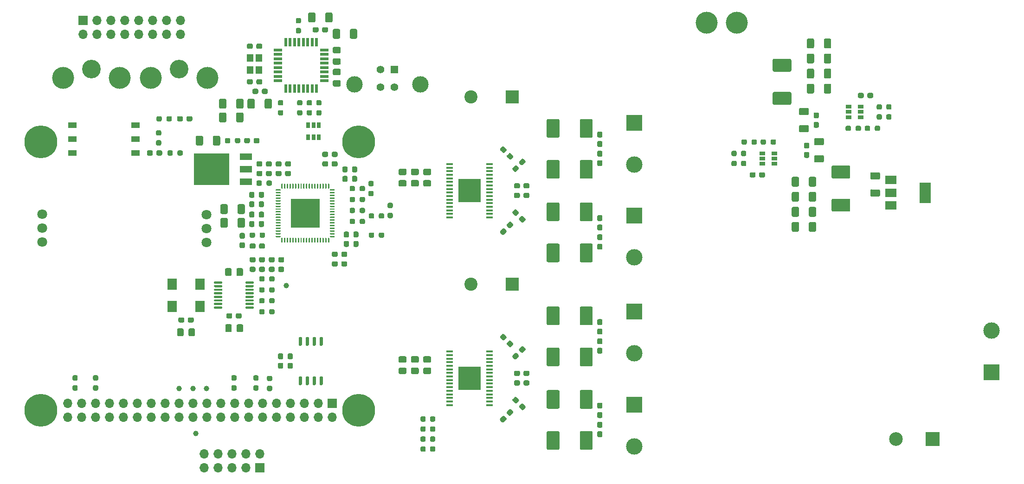
<source format=gbr>
G04 #@! TF.GenerationSoftware,KiCad,Pcbnew,(5.1.9)-1*
G04 #@! TF.CreationDate,2021-04-06T09:28:58+02:00*
G04 #@! TF.ProjectId,dsp-amplifier-x4,6473702d-616d-4706-9c69-666965722d78,rev?*
G04 #@! TF.SameCoordinates,Original*
G04 #@! TF.FileFunction,Soldermask,Top*
G04 #@! TF.FilePolarity,Negative*
%FSLAX46Y46*%
G04 Gerber Fmt 4.6, Leading zero omitted, Abs format (unit mm)*
G04 Created by KiCad (PCBNEW (5.1.9)-1) date 2021-04-06 09:28:58*
%MOMM*%
%LPD*%
G01*
G04 APERTURE LIST*
%ADD10C,1.000000*%
%ADD11C,6.000000*%
%ADD12O,1.700000X1.700000*%
%ADD13R,1.700000X1.700000*%
%ADD14R,3.000000X3.000000*%
%ADD15C,3.000000*%
%ADD16C,4.000000*%
%ADD17R,2.500000X2.500000*%
%ADD18C,2.500000*%
%ADD19R,4.110000X4.360000*%
%ADD20R,1.200000X0.400000*%
%ADD21R,6.400000X5.800000*%
%ADD22R,2.200000X1.200000*%
%ADD23R,1.800000X2.000000*%
%ADD24C,2.400000*%
%ADD25R,2.400000X2.400000*%
%ADD26C,3.400000*%
%ADD27R,1.200000X1.400000*%
%ADD28R,0.550000X1.600000*%
%ADD29R,1.600000X0.550000*%
%ADD30R,0.650000X1.060000*%
%ADD31R,2.000000X1.500000*%
%ADD32R,2.000000X3.800000*%
%ADD33R,1.060000X0.650000*%
%ADD34R,5.300000X5.300000*%
%ADD35R,1.600000X1.000000*%
%ADD36C,1.800000*%
%ADD37C,1.400000*%
%ADD38R,1.400000X1.400000*%
G04 APERTURE END LIST*
D10*
X89000000Y-133750000D03*
X94000000Y-133750000D03*
X91500000Y-133750000D03*
X92000000Y-142000000D03*
X108500000Y-115000000D03*
D11*
X121750000Y-88750000D03*
X63750000Y-88750000D03*
X63750000Y-137750000D03*
X121750000Y-137750000D03*
D12*
X68620000Y-139020000D03*
X68620000Y-136480000D03*
X71160000Y-139020000D03*
X71160000Y-136480000D03*
X73700000Y-139020000D03*
X73700000Y-136480000D03*
X76240000Y-139020000D03*
X76240000Y-136480000D03*
X78780000Y-139020000D03*
X78780000Y-136480000D03*
X81320000Y-139020000D03*
X81320000Y-136480000D03*
X83860000Y-139020000D03*
X83860000Y-136480000D03*
X86400000Y-139020000D03*
X86400000Y-136480000D03*
X88940000Y-139020000D03*
X88940000Y-136480000D03*
X91480000Y-139020000D03*
X91480000Y-136480000D03*
X94020000Y-139020000D03*
X94020000Y-136480000D03*
X96560000Y-139020000D03*
X96560000Y-136480000D03*
X99100000Y-139020000D03*
X99100000Y-136480000D03*
X101640000Y-139020000D03*
X101640000Y-136480000D03*
X104180000Y-139020000D03*
X104180000Y-136480000D03*
X106720000Y-139020000D03*
X106720000Y-136480000D03*
X109260000Y-139020000D03*
X109260000Y-136480000D03*
X111800000Y-139020000D03*
X111800000Y-136480000D03*
X114340000Y-139020000D03*
X114340000Y-136480000D03*
X116880000Y-139020000D03*
D13*
X116880000Y-136480000D03*
D14*
X237250000Y-130810000D03*
D15*
X237250000Y-123190000D03*
D14*
X172000000Y-102190000D03*
D15*
X172000000Y-109810000D03*
D14*
X172000000Y-85250000D03*
D15*
X172000000Y-92870000D03*
D14*
X172000000Y-136690000D03*
D15*
X172000000Y-144310000D03*
D14*
X172000000Y-119690000D03*
D15*
X172000000Y-127310000D03*
D16*
X190750000Y-67000000D03*
D17*
X226500000Y-143000000D03*
D16*
X185250000Y-67000000D03*
D18*
X219750000Y-143000000D03*
G36*
G01*
X103237500Y-132325000D02*
X102762500Y-132325000D01*
G75*
G02*
X102525000Y-132087500I0J237500D01*
G01*
X102525000Y-131587500D01*
G75*
G02*
X102762500Y-131350000I237500J0D01*
G01*
X103237500Y-131350000D01*
G75*
G02*
X103475000Y-131587500I0J-237500D01*
G01*
X103475000Y-132087500D01*
G75*
G02*
X103237500Y-132325000I-237500J0D01*
G01*
G37*
G36*
G01*
X103237500Y-134150000D02*
X102762500Y-134150000D01*
G75*
G02*
X102525000Y-133912500I0J237500D01*
G01*
X102525000Y-133412500D01*
G75*
G02*
X102762500Y-133175000I237500J0D01*
G01*
X103237500Y-133175000D01*
G75*
G02*
X103475000Y-133412500I0J-237500D01*
G01*
X103475000Y-133912500D01*
G75*
G02*
X103237500Y-134150000I-237500J0D01*
G01*
G37*
G36*
G01*
X114755000Y-131550000D02*
X115055000Y-131550000D01*
G75*
G02*
X115205000Y-131700000I0J-150000D01*
G01*
X115205000Y-133000000D01*
G75*
G02*
X115055000Y-133150000I-150000J0D01*
G01*
X114755000Y-133150000D01*
G75*
G02*
X114605000Y-133000000I0J150000D01*
G01*
X114605000Y-131700000D01*
G75*
G02*
X114755000Y-131550000I150000J0D01*
G01*
G37*
G36*
G01*
X113485000Y-131550000D02*
X113785000Y-131550000D01*
G75*
G02*
X113935000Y-131700000I0J-150000D01*
G01*
X113935000Y-133000000D01*
G75*
G02*
X113785000Y-133150000I-150000J0D01*
G01*
X113485000Y-133150000D01*
G75*
G02*
X113335000Y-133000000I0J150000D01*
G01*
X113335000Y-131700000D01*
G75*
G02*
X113485000Y-131550000I150000J0D01*
G01*
G37*
G36*
G01*
X112215000Y-131550000D02*
X112515000Y-131550000D01*
G75*
G02*
X112665000Y-131700000I0J-150000D01*
G01*
X112665000Y-133000000D01*
G75*
G02*
X112515000Y-133150000I-150000J0D01*
G01*
X112215000Y-133150000D01*
G75*
G02*
X112065000Y-133000000I0J150000D01*
G01*
X112065000Y-131700000D01*
G75*
G02*
X112215000Y-131550000I150000J0D01*
G01*
G37*
G36*
G01*
X110945000Y-131550000D02*
X111245000Y-131550000D01*
G75*
G02*
X111395000Y-131700000I0J-150000D01*
G01*
X111395000Y-133000000D01*
G75*
G02*
X111245000Y-133150000I-150000J0D01*
G01*
X110945000Y-133150000D01*
G75*
G02*
X110795000Y-133000000I0J150000D01*
G01*
X110795000Y-131700000D01*
G75*
G02*
X110945000Y-131550000I150000J0D01*
G01*
G37*
G36*
G01*
X110945000Y-124350000D02*
X111245000Y-124350000D01*
G75*
G02*
X111395000Y-124500000I0J-150000D01*
G01*
X111395000Y-125800000D01*
G75*
G02*
X111245000Y-125950000I-150000J0D01*
G01*
X110945000Y-125950000D01*
G75*
G02*
X110795000Y-125800000I0J150000D01*
G01*
X110795000Y-124500000D01*
G75*
G02*
X110945000Y-124350000I150000J0D01*
G01*
G37*
G36*
G01*
X112215000Y-124350000D02*
X112515000Y-124350000D01*
G75*
G02*
X112665000Y-124500000I0J-150000D01*
G01*
X112665000Y-125800000D01*
G75*
G02*
X112515000Y-125950000I-150000J0D01*
G01*
X112215000Y-125950000D01*
G75*
G02*
X112065000Y-125800000I0J150000D01*
G01*
X112065000Y-124500000D01*
G75*
G02*
X112215000Y-124350000I150000J0D01*
G01*
G37*
G36*
G01*
X113485000Y-124350000D02*
X113785000Y-124350000D01*
G75*
G02*
X113935000Y-124500000I0J-150000D01*
G01*
X113935000Y-125800000D01*
G75*
G02*
X113785000Y-125950000I-150000J0D01*
G01*
X113485000Y-125950000D01*
G75*
G02*
X113335000Y-125800000I0J150000D01*
G01*
X113335000Y-124500000D01*
G75*
G02*
X113485000Y-124350000I150000J0D01*
G01*
G37*
G36*
G01*
X114755000Y-124350000D02*
X115055000Y-124350000D01*
G75*
G02*
X115205000Y-124500000I0J-150000D01*
G01*
X115205000Y-125800000D01*
G75*
G02*
X115055000Y-125950000I-150000J0D01*
G01*
X114755000Y-125950000D01*
G75*
G02*
X114605000Y-125800000I0J150000D01*
G01*
X114605000Y-124500000D01*
G75*
G02*
X114755000Y-124350000I150000J0D01*
G01*
G37*
D19*
X142000000Y-131900000D03*
D20*
X145650000Y-127025000D03*
X145650000Y-127675000D03*
X145650000Y-128325000D03*
X145650000Y-128975000D03*
X145650000Y-129625000D03*
X145650000Y-130275000D03*
X145650000Y-130925000D03*
X145650000Y-131575000D03*
X145650000Y-132225000D03*
X145650000Y-132875000D03*
X145650000Y-133525000D03*
X145650000Y-134175000D03*
X145650000Y-134825000D03*
X145650000Y-135475000D03*
X145650000Y-136125000D03*
X145650000Y-136775000D03*
X138350000Y-136775000D03*
X138350000Y-136125000D03*
X138350000Y-135475000D03*
X138350000Y-134825000D03*
X138350000Y-134175000D03*
X138350000Y-133525000D03*
X138350000Y-132875000D03*
X138350000Y-132225000D03*
X138350000Y-131575000D03*
X138350000Y-130925000D03*
X138350000Y-130275000D03*
X138350000Y-129625000D03*
X138350000Y-128975000D03*
X138350000Y-128325000D03*
X138350000Y-127675000D03*
X138350000Y-127025000D03*
G36*
G01*
X117275000Y-77450000D02*
X118225000Y-77450000D01*
G75*
G02*
X118475000Y-77700000I0J-250000D01*
G01*
X118475000Y-78375000D01*
G75*
G02*
X118225000Y-78625000I-250000J0D01*
G01*
X117275000Y-78625000D01*
G75*
G02*
X117025000Y-78375000I0J250000D01*
G01*
X117025000Y-77700000D01*
G75*
G02*
X117275000Y-77450000I250000J0D01*
G01*
G37*
G36*
G01*
X117275000Y-75375000D02*
X118225000Y-75375000D01*
G75*
G02*
X118475000Y-75625000I0J-250000D01*
G01*
X118475000Y-76300000D01*
G75*
G02*
X118225000Y-76550000I-250000J0D01*
G01*
X117275000Y-76550000D01*
G75*
G02*
X117025000Y-76300000I0J250000D01*
G01*
X117025000Y-75625000D01*
G75*
G02*
X117275000Y-75375000I250000J0D01*
G01*
G37*
G36*
G01*
X118225000Y-72550000D02*
X117275000Y-72550000D01*
G75*
G02*
X117025000Y-72300000I0J250000D01*
G01*
X117025000Y-71625000D01*
G75*
G02*
X117275000Y-71375000I250000J0D01*
G01*
X118225000Y-71375000D01*
G75*
G02*
X118475000Y-71625000I0J-250000D01*
G01*
X118475000Y-72300000D01*
G75*
G02*
X118225000Y-72550000I-250000J0D01*
G01*
G37*
G36*
G01*
X118225000Y-74625000D02*
X117275000Y-74625000D01*
G75*
G02*
X117025000Y-74375000I0J250000D01*
G01*
X117025000Y-73700000D01*
G75*
G02*
X117275000Y-73450000I250000J0D01*
G01*
X118225000Y-73450000D01*
G75*
G02*
X118475000Y-73700000I0J-250000D01*
G01*
X118475000Y-74375000D01*
G75*
G02*
X118225000Y-74625000I-250000J0D01*
G01*
G37*
G36*
G01*
X104075000Y-79737500D02*
X104075000Y-79262500D01*
G75*
G02*
X104312500Y-79025000I237500J0D01*
G01*
X104912500Y-79025000D01*
G75*
G02*
X105150000Y-79262500I0J-237500D01*
G01*
X105150000Y-79737500D01*
G75*
G02*
X104912500Y-79975000I-237500J0D01*
G01*
X104312500Y-79975000D01*
G75*
G02*
X104075000Y-79737500I0J237500D01*
G01*
G37*
G36*
G01*
X102350000Y-79737500D02*
X102350000Y-79262500D01*
G75*
G02*
X102587500Y-79025000I237500J0D01*
G01*
X103187500Y-79025000D01*
G75*
G02*
X103425000Y-79262500I0J-237500D01*
G01*
X103425000Y-79737500D01*
G75*
G02*
X103187500Y-79975000I-237500J0D01*
G01*
X102587500Y-79975000D01*
G75*
G02*
X102350000Y-79737500I0J237500D01*
G01*
G37*
G36*
G01*
X115075000Y-68487500D02*
X115075000Y-68012500D01*
G75*
G02*
X115312500Y-67775000I237500J0D01*
G01*
X115912500Y-67775000D01*
G75*
G02*
X116150000Y-68012500I0J-237500D01*
G01*
X116150000Y-68487500D01*
G75*
G02*
X115912500Y-68725000I-237500J0D01*
G01*
X115312500Y-68725000D01*
G75*
G02*
X115075000Y-68487500I0J237500D01*
G01*
G37*
G36*
G01*
X113350000Y-68487500D02*
X113350000Y-68012500D01*
G75*
G02*
X113587500Y-67775000I237500J0D01*
G01*
X114187500Y-67775000D01*
G75*
G02*
X114425000Y-68012500I0J-237500D01*
G01*
X114425000Y-68487500D01*
G75*
G02*
X114187500Y-68725000I-237500J0D01*
G01*
X113587500Y-68725000D01*
G75*
G02*
X113350000Y-68487500I0J237500D01*
G01*
G37*
G36*
G01*
X115650000Y-66650001D02*
X115650000Y-65349999D01*
G75*
G02*
X115899999Y-65100000I249999J0D01*
G01*
X116725001Y-65100000D01*
G75*
G02*
X116975000Y-65349999I0J-249999D01*
G01*
X116975000Y-66650001D01*
G75*
G02*
X116725001Y-66900000I-249999J0D01*
G01*
X115899999Y-66900000D01*
G75*
G02*
X115650000Y-66650001I0J249999D01*
G01*
G37*
G36*
G01*
X112525000Y-66650001D02*
X112525000Y-65349999D01*
G75*
G02*
X112774999Y-65100000I249999J0D01*
G01*
X113600001Y-65100000D01*
G75*
G02*
X113850000Y-65349999I0J-249999D01*
G01*
X113850000Y-66650001D01*
G75*
G02*
X113600001Y-66900000I-249999J0D01*
G01*
X112774999Y-66900000D01*
G75*
G02*
X112525000Y-66650001I0J249999D01*
G01*
G37*
G36*
G01*
X104587500Y-82400001D02*
X104587500Y-81099999D01*
G75*
G02*
X104837499Y-80850000I249999J0D01*
G01*
X105662501Y-80850000D01*
G75*
G02*
X105912500Y-81099999I0J-249999D01*
G01*
X105912500Y-82400001D01*
G75*
G02*
X105662501Y-82650000I-249999J0D01*
G01*
X104837499Y-82650000D01*
G75*
G02*
X104587500Y-82400001I0J249999D01*
G01*
G37*
G36*
G01*
X101462500Y-82400001D02*
X101462500Y-81099999D01*
G75*
G02*
X101712499Y-80850000I249999J0D01*
G01*
X102537501Y-80850000D01*
G75*
G02*
X102787500Y-81099999I0J-249999D01*
G01*
X102787500Y-82400001D01*
G75*
G02*
X102537501Y-82650000I-249999J0D01*
G01*
X101712499Y-82650000D01*
G75*
G02*
X101462500Y-82400001I0J249999D01*
G01*
G37*
G36*
G01*
X120150000Y-69650001D02*
X120150000Y-68349999D01*
G75*
G02*
X120399999Y-68100000I249999J0D01*
G01*
X121225001Y-68100000D01*
G75*
G02*
X121475000Y-68349999I0J-249999D01*
G01*
X121475000Y-69650001D01*
G75*
G02*
X121225001Y-69900000I-249999J0D01*
G01*
X120399999Y-69900000D01*
G75*
G02*
X120150000Y-69650001I0J249999D01*
G01*
G37*
G36*
G01*
X117025000Y-69650001D02*
X117025000Y-68349999D01*
G75*
G02*
X117274999Y-68100000I249999J0D01*
G01*
X118100001Y-68100000D01*
G75*
G02*
X118350000Y-68349999I0J-249999D01*
G01*
X118350000Y-69650001D01*
G75*
G02*
X118100001Y-69900000I-249999J0D01*
G01*
X117274999Y-69900000D01*
G75*
G02*
X117025000Y-69650001I0J249999D01*
G01*
G37*
G36*
G01*
X109497500Y-128425000D02*
X109022500Y-128425000D01*
G75*
G02*
X108785000Y-128187500I0J237500D01*
G01*
X108785000Y-127587500D01*
G75*
G02*
X109022500Y-127350000I237500J0D01*
G01*
X109497500Y-127350000D01*
G75*
G02*
X109735000Y-127587500I0J-237500D01*
G01*
X109735000Y-128187500D01*
G75*
G02*
X109497500Y-128425000I-237500J0D01*
G01*
G37*
G36*
G01*
X109497500Y-130150000D02*
X109022500Y-130150000D01*
G75*
G02*
X108785000Y-129912500I0J237500D01*
G01*
X108785000Y-129312500D01*
G75*
G02*
X109022500Y-129075000I237500J0D01*
G01*
X109497500Y-129075000D01*
G75*
G02*
X109735000Y-129312500I0J-237500D01*
G01*
X109735000Y-129912500D01*
G75*
G02*
X109497500Y-130150000I-237500J0D01*
G01*
G37*
G36*
G01*
X107737500Y-128425000D02*
X107262500Y-128425000D01*
G75*
G02*
X107025000Y-128187500I0J237500D01*
G01*
X107025000Y-127587500D01*
G75*
G02*
X107262500Y-127350000I237500J0D01*
G01*
X107737500Y-127350000D01*
G75*
G02*
X107975000Y-127587500I0J-237500D01*
G01*
X107975000Y-128187500D01*
G75*
G02*
X107737500Y-128425000I-237500J0D01*
G01*
G37*
G36*
G01*
X107737500Y-130150000D02*
X107262500Y-130150000D01*
G75*
G02*
X107025000Y-129912500I0J237500D01*
G01*
X107025000Y-129312500D01*
G75*
G02*
X107262500Y-129075000I237500J0D01*
G01*
X107737500Y-129075000D01*
G75*
G02*
X107975000Y-129312500I0J-237500D01*
G01*
X107975000Y-129912500D01*
G75*
G02*
X107737500Y-130150000I-237500J0D01*
G01*
G37*
D21*
X94900000Y-93750000D03*
D22*
X101200000Y-91470000D03*
X101200000Y-93750000D03*
X101200000Y-96030000D03*
G36*
G01*
X85825000Y-84262500D02*
X85825000Y-84737500D01*
G75*
G02*
X85587500Y-84975000I-237500J0D01*
G01*
X85087500Y-84975000D01*
G75*
G02*
X84850000Y-84737500I0J237500D01*
G01*
X84850000Y-84262500D01*
G75*
G02*
X85087500Y-84025000I237500J0D01*
G01*
X85587500Y-84025000D01*
G75*
G02*
X85825000Y-84262500I0J-237500D01*
G01*
G37*
G36*
G01*
X87650000Y-84262500D02*
X87650000Y-84737500D01*
G75*
G02*
X87412500Y-84975000I-237500J0D01*
G01*
X86912500Y-84975000D01*
G75*
G02*
X86675000Y-84737500I0J237500D01*
G01*
X86675000Y-84262500D01*
G75*
G02*
X86912500Y-84025000I237500J0D01*
G01*
X87412500Y-84025000D01*
G75*
G02*
X87650000Y-84262500I0J-237500D01*
G01*
G37*
D19*
X142000000Y-97650000D03*
D20*
X145650000Y-92775000D03*
X145650000Y-93425000D03*
X145650000Y-94075000D03*
X145650000Y-94725000D03*
X145650000Y-95375000D03*
X145650000Y-96025000D03*
X145650000Y-96675000D03*
X145650000Y-97325000D03*
X145650000Y-97975000D03*
X145650000Y-98625000D03*
X145650000Y-99275000D03*
X145650000Y-99925000D03*
X145650000Y-100575000D03*
X145650000Y-101225000D03*
X145650000Y-101875000D03*
X145650000Y-102525000D03*
X138350000Y-102525000D03*
X138350000Y-101875000D03*
X138350000Y-101225000D03*
X138350000Y-100575000D03*
X138350000Y-99925000D03*
X138350000Y-99275000D03*
X138350000Y-98625000D03*
X138350000Y-97975000D03*
X138350000Y-97325000D03*
X138350000Y-96675000D03*
X138350000Y-96025000D03*
X138350000Y-95375000D03*
X138350000Y-94725000D03*
X138350000Y-94075000D03*
X138350000Y-93425000D03*
X138350000Y-92775000D03*
G36*
G01*
X149147748Y-104438128D02*
X148811872Y-104102252D01*
G75*
G02*
X148811872Y-103766376I167938J167938D01*
G01*
X149236136Y-103342112D01*
G75*
G02*
X149572012Y-103342112I167938J-167938D01*
G01*
X149907888Y-103677988D01*
G75*
G02*
X149907888Y-104013864I-167938J-167938D01*
G01*
X149483624Y-104438128D01*
G75*
G02*
X149147748Y-104438128I-167938J167938D01*
G01*
G37*
G36*
G01*
X147927988Y-105657888D02*
X147592112Y-105322012D01*
G75*
G02*
X147592112Y-104986136I167938J167938D01*
G01*
X148016376Y-104561872D01*
G75*
G02*
X148352252Y-104561872I167938J-167938D01*
G01*
X148688128Y-104897748D01*
G75*
G02*
X148688128Y-105233624I-167938J-167938D01*
G01*
X148263864Y-105657888D01*
G75*
G02*
X147927988Y-105657888I-167938J167938D01*
G01*
G37*
G36*
G01*
X149147748Y-138688128D02*
X148811872Y-138352252D01*
G75*
G02*
X148811872Y-138016376I167938J167938D01*
G01*
X149236136Y-137592112D01*
G75*
G02*
X149572012Y-137592112I167938J-167938D01*
G01*
X149907888Y-137927988D01*
G75*
G02*
X149907888Y-138263864I-167938J-167938D01*
G01*
X149483624Y-138688128D01*
G75*
G02*
X149147748Y-138688128I-167938J167938D01*
G01*
G37*
G36*
G01*
X147927988Y-139907888D02*
X147592112Y-139572012D01*
G75*
G02*
X147592112Y-139236136I167938J167938D01*
G01*
X148016376Y-138811872D01*
G75*
G02*
X148352252Y-138811872I167938J-167938D01*
G01*
X148688128Y-139147748D01*
G75*
G02*
X148688128Y-139483624I-167938J-167938D01*
G01*
X148263864Y-139907888D01*
G75*
G02*
X147927988Y-139907888I-167938J167938D01*
G01*
G37*
D23*
X87710000Y-114750000D03*
X92790000Y-114750000D03*
X92790000Y-118750000D03*
X87710000Y-118750000D03*
G36*
G01*
X101095000Y-114525000D02*
X101095000Y-114325000D01*
G75*
G02*
X101195000Y-114225000I100000J0D01*
G01*
X102470000Y-114225000D01*
G75*
G02*
X102570000Y-114325000I0J-100000D01*
G01*
X102570000Y-114525000D01*
G75*
G02*
X102470000Y-114625000I-100000J0D01*
G01*
X101195000Y-114625000D01*
G75*
G02*
X101095000Y-114525000I0J100000D01*
G01*
G37*
G36*
G01*
X101095000Y-115175000D02*
X101095000Y-114975000D01*
G75*
G02*
X101195000Y-114875000I100000J0D01*
G01*
X102470000Y-114875000D01*
G75*
G02*
X102570000Y-114975000I0J-100000D01*
G01*
X102570000Y-115175000D01*
G75*
G02*
X102470000Y-115275000I-100000J0D01*
G01*
X101195000Y-115275000D01*
G75*
G02*
X101095000Y-115175000I0J100000D01*
G01*
G37*
G36*
G01*
X101095000Y-115825000D02*
X101095000Y-115625000D01*
G75*
G02*
X101195000Y-115525000I100000J0D01*
G01*
X102470000Y-115525000D01*
G75*
G02*
X102570000Y-115625000I0J-100000D01*
G01*
X102570000Y-115825000D01*
G75*
G02*
X102470000Y-115925000I-100000J0D01*
G01*
X101195000Y-115925000D01*
G75*
G02*
X101095000Y-115825000I0J100000D01*
G01*
G37*
G36*
G01*
X101095000Y-116475000D02*
X101095000Y-116275000D01*
G75*
G02*
X101195000Y-116175000I100000J0D01*
G01*
X102470000Y-116175000D01*
G75*
G02*
X102570000Y-116275000I0J-100000D01*
G01*
X102570000Y-116475000D01*
G75*
G02*
X102470000Y-116575000I-100000J0D01*
G01*
X101195000Y-116575000D01*
G75*
G02*
X101095000Y-116475000I0J100000D01*
G01*
G37*
G36*
G01*
X101095000Y-117125000D02*
X101095000Y-116925000D01*
G75*
G02*
X101195000Y-116825000I100000J0D01*
G01*
X102470000Y-116825000D01*
G75*
G02*
X102570000Y-116925000I0J-100000D01*
G01*
X102570000Y-117125000D01*
G75*
G02*
X102470000Y-117225000I-100000J0D01*
G01*
X101195000Y-117225000D01*
G75*
G02*
X101095000Y-117125000I0J100000D01*
G01*
G37*
G36*
G01*
X101095000Y-117775000D02*
X101095000Y-117575000D01*
G75*
G02*
X101195000Y-117475000I100000J0D01*
G01*
X102470000Y-117475000D01*
G75*
G02*
X102570000Y-117575000I0J-100000D01*
G01*
X102570000Y-117775000D01*
G75*
G02*
X102470000Y-117875000I-100000J0D01*
G01*
X101195000Y-117875000D01*
G75*
G02*
X101095000Y-117775000I0J100000D01*
G01*
G37*
G36*
G01*
X101095000Y-118425000D02*
X101095000Y-118225000D01*
G75*
G02*
X101195000Y-118125000I100000J0D01*
G01*
X102470000Y-118125000D01*
G75*
G02*
X102570000Y-118225000I0J-100000D01*
G01*
X102570000Y-118425000D01*
G75*
G02*
X102470000Y-118525000I-100000J0D01*
G01*
X101195000Y-118525000D01*
G75*
G02*
X101095000Y-118425000I0J100000D01*
G01*
G37*
G36*
G01*
X101095000Y-119075000D02*
X101095000Y-118875000D01*
G75*
G02*
X101195000Y-118775000I100000J0D01*
G01*
X102470000Y-118775000D01*
G75*
G02*
X102570000Y-118875000I0J-100000D01*
G01*
X102570000Y-119075000D01*
G75*
G02*
X102470000Y-119175000I-100000J0D01*
G01*
X101195000Y-119175000D01*
G75*
G02*
X101095000Y-119075000I0J100000D01*
G01*
G37*
G36*
G01*
X95370000Y-119075000D02*
X95370000Y-118875000D01*
G75*
G02*
X95470000Y-118775000I100000J0D01*
G01*
X96745000Y-118775000D01*
G75*
G02*
X96845000Y-118875000I0J-100000D01*
G01*
X96845000Y-119075000D01*
G75*
G02*
X96745000Y-119175000I-100000J0D01*
G01*
X95470000Y-119175000D01*
G75*
G02*
X95370000Y-119075000I0J100000D01*
G01*
G37*
G36*
G01*
X95370000Y-118425000D02*
X95370000Y-118225000D01*
G75*
G02*
X95470000Y-118125000I100000J0D01*
G01*
X96745000Y-118125000D01*
G75*
G02*
X96845000Y-118225000I0J-100000D01*
G01*
X96845000Y-118425000D01*
G75*
G02*
X96745000Y-118525000I-100000J0D01*
G01*
X95470000Y-118525000D01*
G75*
G02*
X95370000Y-118425000I0J100000D01*
G01*
G37*
G36*
G01*
X95370000Y-117775000D02*
X95370000Y-117575000D01*
G75*
G02*
X95470000Y-117475000I100000J0D01*
G01*
X96745000Y-117475000D01*
G75*
G02*
X96845000Y-117575000I0J-100000D01*
G01*
X96845000Y-117775000D01*
G75*
G02*
X96745000Y-117875000I-100000J0D01*
G01*
X95470000Y-117875000D01*
G75*
G02*
X95370000Y-117775000I0J100000D01*
G01*
G37*
G36*
G01*
X95370000Y-117125000D02*
X95370000Y-116925000D01*
G75*
G02*
X95470000Y-116825000I100000J0D01*
G01*
X96745000Y-116825000D01*
G75*
G02*
X96845000Y-116925000I0J-100000D01*
G01*
X96845000Y-117125000D01*
G75*
G02*
X96745000Y-117225000I-100000J0D01*
G01*
X95470000Y-117225000D01*
G75*
G02*
X95370000Y-117125000I0J100000D01*
G01*
G37*
G36*
G01*
X95370000Y-116475000D02*
X95370000Y-116275000D01*
G75*
G02*
X95470000Y-116175000I100000J0D01*
G01*
X96745000Y-116175000D01*
G75*
G02*
X96845000Y-116275000I0J-100000D01*
G01*
X96845000Y-116475000D01*
G75*
G02*
X96745000Y-116575000I-100000J0D01*
G01*
X95470000Y-116575000D01*
G75*
G02*
X95370000Y-116475000I0J100000D01*
G01*
G37*
G36*
G01*
X95370000Y-115825000D02*
X95370000Y-115625000D01*
G75*
G02*
X95470000Y-115525000I100000J0D01*
G01*
X96745000Y-115525000D01*
G75*
G02*
X96845000Y-115625000I0J-100000D01*
G01*
X96845000Y-115825000D01*
G75*
G02*
X96745000Y-115925000I-100000J0D01*
G01*
X95470000Y-115925000D01*
G75*
G02*
X95370000Y-115825000I0J100000D01*
G01*
G37*
G36*
G01*
X95370000Y-115175000D02*
X95370000Y-114975000D01*
G75*
G02*
X95470000Y-114875000I100000J0D01*
G01*
X96745000Y-114875000D01*
G75*
G02*
X96845000Y-114975000I0J-100000D01*
G01*
X96845000Y-115175000D01*
G75*
G02*
X96745000Y-115275000I-100000J0D01*
G01*
X95470000Y-115275000D01*
G75*
G02*
X95370000Y-115175000I0J100000D01*
G01*
G37*
G36*
G01*
X95370000Y-114525000D02*
X95370000Y-114325000D01*
G75*
G02*
X95470000Y-114225000I100000J0D01*
G01*
X96745000Y-114225000D01*
G75*
G02*
X96845000Y-114325000I0J-100000D01*
G01*
X96845000Y-114525000D01*
G75*
G02*
X96745000Y-114625000I-100000J0D01*
G01*
X95470000Y-114625000D01*
G75*
G02*
X95370000Y-114525000I0J100000D01*
G01*
G37*
G36*
G01*
X162100000Y-137215000D02*
X162100000Y-134285000D01*
G75*
G02*
X162335000Y-134050000I235000J0D01*
G01*
X164215000Y-134050000D01*
G75*
G02*
X164450000Y-134285000I0J-235000D01*
G01*
X164450000Y-137215000D01*
G75*
G02*
X164215000Y-137450000I-235000J0D01*
G01*
X162335000Y-137450000D01*
G75*
G02*
X162100000Y-137215000I0J235000D01*
G01*
G37*
G36*
G01*
X156050000Y-137215000D02*
X156050000Y-134285000D01*
G75*
G02*
X156285000Y-134050000I235000J0D01*
G01*
X158165000Y-134050000D01*
G75*
G02*
X158400000Y-134285000I0J-235000D01*
G01*
X158400000Y-137215000D01*
G75*
G02*
X158165000Y-137450000I-235000J0D01*
G01*
X156285000Y-137450000D01*
G75*
G02*
X156050000Y-137215000I0J235000D01*
G01*
G37*
G36*
G01*
X162100000Y-144715000D02*
X162100000Y-141785000D01*
G75*
G02*
X162335000Y-141550000I235000J0D01*
G01*
X164215000Y-141550000D01*
G75*
G02*
X164450000Y-141785000I0J-235000D01*
G01*
X164450000Y-144715000D01*
G75*
G02*
X164215000Y-144950000I-235000J0D01*
G01*
X162335000Y-144950000D01*
G75*
G02*
X162100000Y-144715000I0J235000D01*
G01*
G37*
G36*
G01*
X156050000Y-144715000D02*
X156050000Y-141785000D01*
G75*
G02*
X156285000Y-141550000I235000J0D01*
G01*
X158165000Y-141550000D01*
G75*
G02*
X158400000Y-141785000I0J-235000D01*
G01*
X158400000Y-144715000D01*
G75*
G02*
X158165000Y-144950000I-235000J0D01*
G01*
X156285000Y-144950000D01*
G75*
G02*
X156050000Y-144715000I0J235000D01*
G01*
G37*
G36*
G01*
X162100000Y-129465000D02*
X162100000Y-126535000D01*
G75*
G02*
X162335000Y-126300000I235000J0D01*
G01*
X164215000Y-126300000D01*
G75*
G02*
X164450000Y-126535000I0J-235000D01*
G01*
X164450000Y-129465000D01*
G75*
G02*
X164215000Y-129700000I-235000J0D01*
G01*
X162335000Y-129700000D01*
G75*
G02*
X162100000Y-129465000I0J235000D01*
G01*
G37*
G36*
G01*
X156050000Y-129465000D02*
X156050000Y-126535000D01*
G75*
G02*
X156285000Y-126300000I235000J0D01*
G01*
X158165000Y-126300000D01*
G75*
G02*
X158400000Y-126535000I0J-235000D01*
G01*
X158400000Y-129465000D01*
G75*
G02*
X158165000Y-129700000I-235000J0D01*
G01*
X156285000Y-129700000D01*
G75*
G02*
X156050000Y-129465000I0J235000D01*
G01*
G37*
G36*
G01*
X162100000Y-121965000D02*
X162100000Y-119035000D01*
G75*
G02*
X162335000Y-118800000I235000J0D01*
G01*
X164215000Y-118800000D01*
G75*
G02*
X164450000Y-119035000I0J-235000D01*
G01*
X164450000Y-121965000D01*
G75*
G02*
X164215000Y-122200000I-235000J0D01*
G01*
X162335000Y-122200000D01*
G75*
G02*
X162100000Y-121965000I0J235000D01*
G01*
G37*
G36*
G01*
X156050000Y-121965000D02*
X156050000Y-119035000D01*
G75*
G02*
X156285000Y-118800000I235000J0D01*
G01*
X158165000Y-118800000D01*
G75*
G02*
X158400000Y-119035000I0J-235000D01*
G01*
X158400000Y-121965000D01*
G75*
G02*
X158165000Y-122200000I-235000J0D01*
G01*
X156285000Y-122200000D01*
G75*
G02*
X156050000Y-121965000I0J235000D01*
G01*
G37*
G36*
G01*
X165987500Y-137425000D02*
X165512500Y-137425000D01*
G75*
G02*
X165275000Y-137187500I0J237500D01*
G01*
X165275000Y-136587500D01*
G75*
G02*
X165512500Y-136350000I237500J0D01*
G01*
X165987500Y-136350000D01*
G75*
G02*
X166225000Y-136587500I0J-237500D01*
G01*
X166225000Y-137187500D01*
G75*
G02*
X165987500Y-137425000I-237500J0D01*
G01*
G37*
G36*
G01*
X165987500Y-139150000D02*
X165512500Y-139150000D01*
G75*
G02*
X165275000Y-138912500I0J237500D01*
G01*
X165275000Y-138312500D01*
G75*
G02*
X165512500Y-138075000I237500J0D01*
G01*
X165987500Y-138075000D01*
G75*
G02*
X166225000Y-138312500I0J-237500D01*
G01*
X166225000Y-138912500D01*
G75*
G02*
X165987500Y-139150000I-237500J0D01*
G01*
G37*
G36*
G01*
X165512500Y-141575000D02*
X165987500Y-141575000D01*
G75*
G02*
X166225000Y-141812500I0J-237500D01*
G01*
X166225000Y-142412500D01*
G75*
G02*
X165987500Y-142650000I-237500J0D01*
G01*
X165512500Y-142650000D01*
G75*
G02*
X165275000Y-142412500I0J237500D01*
G01*
X165275000Y-141812500D01*
G75*
G02*
X165512500Y-141575000I237500J0D01*
G01*
G37*
G36*
G01*
X165512500Y-139850000D02*
X165987500Y-139850000D01*
G75*
G02*
X166225000Y-140087500I0J-237500D01*
G01*
X166225000Y-140687500D01*
G75*
G02*
X165987500Y-140925000I-237500J0D01*
G01*
X165512500Y-140925000D01*
G75*
G02*
X165275000Y-140687500I0J237500D01*
G01*
X165275000Y-140087500D01*
G75*
G02*
X165512500Y-139850000I237500J0D01*
G01*
G37*
G36*
G01*
X165512500Y-126325000D02*
X165987500Y-126325000D01*
G75*
G02*
X166225000Y-126562500I0J-237500D01*
G01*
X166225000Y-127162500D01*
G75*
G02*
X165987500Y-127400000I-237500J0D01*
G01*
X165512500Y-127400000D01*
G75*
G02*
X165275000Y-127162500I0J237500D01*
G01*
X165275000Y-126562500D01*
G75*
G02*
X165512500Y-126325000I237500J0D01*
G01*
G37*
G36*
G01*
X165512500Y-124600000D02*
X165987500Y-124600000D01*
G75*
G02*
X166225000Y-124837500I0J-237500D01*
G01*
X166225000Y-125437500D01*
G75*
G02*
X165987500Y-125675000I-237500J0D01*
G01*
X165512500Y-125675000D01*
G75*
G02*
X165275000Y-125437500I0J237500D01*
G01*
X165275000Y-124837500D01*
G75*
G02*
X165512500Y-124600000I237500J0D01*
G01*
G37*
G36*
G01*
X165987500Y-122175000D02*
X165512500Y-122175000D01*
G75*
G02*
X165275000Y-121937500I0J237500D01*
G01*
X165275000Y-121337500D01*
G75*
G02*
X165512500Y-121100000I237500J0D01*
G01*
X165987500Y-121100000D01*
G75*
G02*
X166225000Y-121337500I0J-237500D01*
G01*
X166225000Y-121937500D01*
G75*
G02*
X165987500Y-122175000I-237500J0D01*
G01*
G37*
G36*
G01*
X165987500Y-123900000D02*
X165512500Y-123900000D01*
G75*
G02*
X165275000Y-123662500I0J237500D01*
G01*
X165275000Y-123062500D01*
G75*
G02*
X165512500Y-122825000I237500J0D01*
G01*
X165987500Y-122825000D01*
G75*
G02*
X166225000Y-123062500I0J-237500D01*
G01*
X166225000Y-123662500D01*
G75*
G02*
X165987500Y-123900000I-237500J0D01*
G01*
G37*
G36*
G01*
X151825000Y-132987500D02*
X151825000Y-132512500D01*
G75*
G02*
X152062500Y-132275000I237500J0D01*
G01*
X152662500Y-132275000D01*
G75*
G02*
X152900000Y-132512500I0J-237500D01*
G01*
X152900000Y-132987500D01*
G75*
G02*
X152662500Y-133225000I-237500J0D01*
G01*
X152062500Y-133225000D01*
G75*
G02*
X151825000Y-132987500I0J237500D01*
G01*
G37*
G36*
G01*
X150100000Y-132987500D02*
X150100000Y-132512500D01*
G75*
G02*
X150337500Y-132275000I237500J0D01*
G01*
X150937500Y-132275000D01*
G75*
G02*
X151175000Y-132512500I0J-237500D01*
G01*
X151175000Y-132987500D01*
G75*
G02*
X150937500Y-133225000I-237500J0D01*
G01*
X150337500Y-133225000D01*
G75*
G02*
X150100000Y-132987500I0J237500D01*
G01*
G37*
G36*
G01*
X151825000Y-131237500D02*
X151825000Y-130762500D01*
G75*
G02*
X152062500Y-130525000I237500J0D01*
G01*
X152662500Y-130525000D01*
G75*
G02*
X152900000Y-130762500I0J-237500D01*
G01*
X152900000Y-131237500D01*
G75*
G02*
X152662500Y-131475000I-237500J0D01*
G01*
X152062500Y-131475000D01*
G75*
G02*
X151825000Y-131237500I0J237500D01*
G01*
G37*
G36*
G01*
X150100000Y-131237500D02*
X150100000Y-130762500D01*
G75*
G02*
X150337500Y-130525000I237500J0D01*
G01*
X150937500Y-130525000D01*
G75*
G02*
X151175000Y-130762500I0J-237500D01*
G01*
X151175000Y-131237500D01*
G75*
G02*
X150937500Y-131475000I-237500J0D01*
G01*
X150337500Y-131475000D01*
G75*
G02*
X150100000Y-131237500I0J237500D01*
G01*
G37*
G36*
G01*
X148811872Y-125397748D02*
X149147748Y-125061872D01*
G75*
G02*
X149483624Y-125061872I167938J-167938D01*
G01*
X149907888Y-125486136D01*
G75*
G02*
X149907888Y-125822012I-167938J-167938D01*
G01*
X149572012Y-126157888D01*
G75*
G02*
X149236136Y-126157888I-167938J167938D01*
G01*
X148811872Y-125733624D01*
G75*
G02*
X148811872Y-125397748I167938J167938D01*
G01*
G37*
G36*
G01*
X147592112Y-124177988D02*
X147927988Y-123842112D01*
G75*
G02*
X148263864Y-123842112I167938J-167938D01*
G01*
X148688128Y-124266376D01*
G75*
G02*
X148688128Y-124602252I-167938J-167938D01*
G01*
X148352252Y-124938128D01*
G75*
G02*
X148016376Y-124938128I-167938J167938D01*
G01*
X147592112Y-124513864D01*
G75*
G02*
X147592112Y-124177988I167938J167938D01*
G01*
G37*
D24*
X142250000Y-114750000D03*
D25*
X149750000Y-114750000D03*
G36*
G01*
X151397748Y-127188128D02*
X151061872Y-126852252D01*
G75*
G02*
X151061872Y-126516376I167938J167938D01*
G01*
X151486136Y-126092112D01*
G75*
G02*
X151822012Y-126092112I167938J-167938D01*
G01*
X152157888Y-126427988D01*
G75*
G02*
X152157888Y-126763864I-167938J-167938D01*
G01*
X151733624Y-127188128D01*
G75*
G02*
X151397748Y-127188128I-167938J167938D01*
G01*
G37*
G36*
G01*
X150177988Y-128407888D02*
X149842112Y-128072012D01*
G75*
G02*
X149842112Y-127736136I167938J167938D01*
G01*
X150266376Y-127311872D01*
G75*
G02*
X150602252Y-127311872I167938J-167938D01*
G01*
X150938128Y-127647748D01*
G75*
G02*
X150938128Y-127983624I-167938J-167938D01*
G01*
X150513864Y-128407888D01*
G75*
G02*
X150177988Y-128407888I-167938J167938D01*
G01*
G37*
G36*
G01*
X151061872Y-136897748D02*
X151397748Y-136561872D01*
G75*
G02*
X151733624Y-136561872I167938J-167938D01*
G01*
X152157888Y-136986136D01*
G75*
G02*
X152157888Y-137322012I-167938J-167938D01*
G01*
X151822012Y-137657888D01*
G75*
G02*
X151486136Y-137657888I-167938J167938D01*
G01*
X151061872Y-137233624D01*
G75*
G02*
X151061872Y-136897748I167938J167938D01*
G01*
G37*
G36*
G01*
X149842112Y-135677988D02*
X150177988Y-135342112D01*
G75*
G02*
X150513864Y-135342112I167938J-167938D01*
G01*
X150938128Y-135766376D01*
G75*
G02*
X150938128Y-136102252I-167938J-167938D01*
G01*
X150602252Y-136438128D01*
G75*
G02*
X150266376Y-136438128I-167938J167938D01*
G01*
X149842112Y-136013864D01*
G75*
G02*
X149842112Y-135677988I167938J167938D01*
G01*
G37*
G36*
G01*
X129275000Y-129950000D02*
X130225000Y-129950000D01*
G75*
G02*
X130475000Y-130200000I0J-250000D01*
G01*
X130475000Y-130875000D01*
G75*
G02*
X130225000Y-131125000I-250000J0D01*
G01*
X129275000Y-131125000D01*
G75*
G02*
X129025000Y-130875000I0J250000D01*
G01*
X129025000Y-130200000D01*
G75*
G02*
X129275000Y-129950000I250000J0D01*
G01*
G37*
G36*
G01*
X129275000Y-127875000D02*
X130225000Y-127875000D01*
G75*
G02*
X130475000Y-128125000I0J-250000D01*
G01*
X130475000Y-128800000D01*
G75*
G02*
X130225000Y-129050000I-250000J0D01*
G01*
X129275000Y-129050000D01*
G75*
G02*
X129025000Y-128800000I0J250000D01*
G01*
X129025000Y-128125000D01*
G75*
G02*
X129275000Y-127875000I250000J0D01*
G01*
G37*
G36*
G01*
X134725000Y-129050000D02*
X133775000Y-129050000D01*
G75*
G02*
X133525000Y-128800000I0J250000D01*
G01*
X133525000Y-128125000D01*
G75*
G02*
X133775000Y-127875000I250000J0D01*
G01*
X134725000Y-127875000D01*
G75*
G02*
X134975000Y-128125000I0J-250000D01*
G01*
X134975000Y-128800000D01*
G75*
G02*
X134725000Y-129050000I-250000J0D01*
G01*
G37*
G36*
G01*
X134725000Y-131125000D02*
X133775000Y-131125000D01*
G75*
G02*
X133525000Y-130875000I0J250000D01*
G01*
X133525000Y-130200000D01*
G75*
G02*
X133775000Y-129950000I250000J0D01*
G01*
X134725000Y-129950000D01*
G75*
G02*
X134975000Y-130200000I0J-250000D01*
G01*
X134975000Y-130875000D01*
G75*
G02*
X134725000Y-131125000I-250000J0D01*
G01*
G37*
G36*
G01*
X132475000Y-129050000D02*
X131525000Y-129050000D01*
G75*
G02*
X131275000Y-128800000I0J250000D01*
G01*
X131275000Y-128125000D01*
G75*
G02*
X131525000Y-127875000I250000J0D01*
G01*
X132475000Y-127875000D01*
G75*
G02*
X132725000Y-128125000I0J-250000D01*
G01*
X132725000Y-128800000D01*
G75*
G02*
X132475000Y-129050000I-250000J0D01*
G01*
G37*
G36*
G01*
X132475000Y-131125000D02*
X131525000Y-131125000D01*
G75*
G02*
X131275000Y-130875000I0J250000D01*
G01*
X131275000Y-130200000D01*
G75*
G02*
X131525000Y-129950000I250000J0D01*
G01*
X132475000Y-129950000D01*
G75*
G02*
X132725000Y-130200000I0J-250000D01*
G01*
X132725000Y-130875000D01*
G75*
G02*
X132475000Y-131125000I-250000J0D01*
G01*
G37*
G36*
G01*
X90575000Y-121487500D02*
X90575000Y-121012500D01*
G75*
G02*
X90812500Y-120775000I237500J0D01*
G01*
X91412500Y-120775000D01*
G75*
G02*
X91650000Y-121012500I0J-237500D01*
G01*
X91650000Y-121487500D01*
G75*
G02*
X91412500Y-121725000I-237500J0D01*
G01*
X90812500Y-121725000D01*
G75*
G02*
X90575000Y-121487500I0J237500D01*
G01*
G37*
G36*
G01*
X88850000Y-121487500D02*
X88850000Y-121012500D01*
G75*
G02*
X89087500Y-120775000I237500J0D01*
G01*
X89687500Y-120775000D01*
G75*
G02*
X89925000Y-121012500I0J-237500D01*
G01*
X89925000Y-121487500D01*
G75*
G02*
X89687500Y-121725000I-237500J0D01*
G01*
X89087500Y-121725000D01*
G75*
G02*
X88850000Y-121487500I0J237500D01*
G01*
G37*
G36*
G01*
X99325000Y-120737500D02*
X99325000Y-120262500D01*
G75*
G02*
X99562500Y-120025000I237500J0D01*
G01*
X100162500Y-120025000D01*
G75*
G02*
X100400000Y-120262500I0J-237500D01*
G01*
X100400000Y-120737500D01*
G75*
G02*
X100162500Y-120975000I-237500J0D01*
G01*
X99562500Y-120975000D01*
G75*
G02*
X99325000Y-120737500I0J237500D01*
G01*
G37*
G36*
G01*
X97600000Y-120737500D02*
X97600000Y-120262500D01*
G75*
G02*
X97837500Y-120025000I237500J0D01*
G01*
X98437500Y-120025000D01*
G75*
G02*
X98675000Y-120262500I0J-237500D01*
G01*
X98675000Y-120737500D01*
G75*
G02*
X98437500Y-120975000I-237500J0D01*
G01*
X97837500Y-120975000D01*
G75*
G02*
X97600000Y-120737500I0J237500D01*
G01*
G37*
G36*
G01*
X99450000Y-112975000D02*
X99450000Y-112025000D01*
G75*
G02*
X99700000Y-111775000I250000J0D01*
G01*
X100375000Y-111775000D01*
G75*
G02*
X100625000Y-112025000I0J-250000D01*
G01*
X100625000Y-112975000D01*
G75*
G02*
X100375000Y-113225000I-250000J0D01*
G01*
X99700000Y-113225000D01*
G75*
G02*
X99450000Y-112975000I0J250000D01*
G01*
G37*
G36*
G01*
X97375000Y-112975000D02*
X97375000Y-112025000D01*
G75*
G02*
X97625000Y-111775000I250000J0D01*
G01*
X98300000Y-111775000D01*
G75*
G02*
X98550000Y-112025000I0J-250000D01*
G01*
X98550000Y-112975000D01*
G75*
G02*
X98300000Y-113225000I-250000J0D01*
G01*
X97625000Y-113225000D01*
G75*
G02*
X97375000Y-112975000I0J250000D01*
G01*
G37*
G36*
G01*
X99487500Y-123225000D02*
X99487500Y-122275000D01*
G75*
G02*
X99737500Y-122025000I250000J0D01*
G01*
X100412500Y-122025000D01*
G75*
G02*
X100662500Y-122275000I0J-250000D01*
G01*
X100662500Y-123225000D01*
G75*
G02*
X100412500Y-123475000I-250000J0D01*
G01*
X99737500Y-123475000D01*
G75*
G02*
X99487500Y-123225000I0J250000D01*
G01*
G37*
G36*
G01*
X97412500Y-123225000D02*
X97412500Y-122275000D01*
G75*
G02*
X97662500Y-122025000I250000J0D01*
G01*
X98337500Y-122025000D01*
G75*
G02*
X98587500Y-122275000I0J-250000D01*
G01*
X98587500Y-123225000D01*
G75*
G02*
X98337500Y-123475000I-250000J0D01*
G01*
X97662500Y-123475000D01*
G75*
G02*
X97412500Y-123225000I0J250000D01*
G01*
G37*
G36*
G01*
X90700000Y-123975000D02*
X90700000Y-123025000D01*
G75*
G02*
X90950000Y-122775000I250000J0D01*
G01*
X91625000Y-122775000D01*
G75*
G02*
X91875000Y-123025000I0J-250000D01*
G01*
X91875000Y-123975000D01*
G75*
G02*
X91625000Y-124225000I-250000J0D01*
G01*
X90950000Y-124225000D01*
G75*
G02*
X90700000Y-123975000I0J250000D01*
G01*
G37*
G36*
G01*
X88625000Y-123975000D02*
X88625000Y-123025000D01*
G75*
G02*
X88875000Y-122775000I250000J0D01*
G01*
X89550000Y-122775000D01*
G75*
G02*
X89800000Y-123025000I0J-250000D01*
G01*
X89800000Y-123975000D01*
G75*
G02*
X89550000Y-124225000I-250000J0D01*
G01*
X88875000Y-124225000D01*
G75*
G02*
X88625000Y-123975000I0J250000D01*
G01*
G37*
D26*
X89000000Y-75400000D03*
D16*
X94150000Y-77000000D03*
X83850000Y-77000000D03*
D26*
X73000000Y-75400000D03*
D16*
X78150000Y-77000000D03*
X67850000Y-77000000D03*
D27*
X101950000Y-73400000D03*
X101950000Y-75600000D03*
X103550000Y-75600000D03*
X103550000Y-73400000D03*
D28*
X114050000Y-70500000D03*
X113250000Y-70500000D03*
X112450000Y-70500000D03*
X111650000Y-70500000D03*
X110850000Y-70500000D03*
X110050000Y-70500000D03*
X109250000Y-70500000D03*
X108450000Y-70500000D03*
D29*
X107000000Y-71950000D03*
X107000000Y-72750000D03*
X107000000Y-73550000D03*
X107000000Y-74350000D03*
X107000000Y-75150000D03*
X107000000Y-75950000D03*
X107000000Y-76750000D03*
X107000000Y-77550000D03*
D28*
X108450000Y-79000000D03*
X109250000Y-79000000D03*
X110050000Y-79000000D03*
X110850000Y-79000000D03*
X111650000Y-79000000D03*
X112450000Y-79000000D03*
X113250000Y-79000000D03*
X114050000Y-79000000D03*
D29*
X115500000Y-77550000D03*
X115500000Y-76750000D03*
X115500000Y-75950000D03*
X115500000Y-75150000D03*
X115500000Y-74350000D03*
X115500000Y-73550000D03*
X115500000Y-72750000D03*
X115500000Y-71950000D03*
D30*
X112550000Y-87850000D03*
X113500000Y-87850000D03*
X114450000Y-87850000D03*
X114450000Y-85650000D03*
X112550000Y-85650000D03*
X113500000Y-85650000D03*
D31*
X218850000Y-95700000D03*
X218850000Y-100300000D03*
X218850000Y-98000000D03*
D32*
X225150000Y-98000000D03*
D33*
X195400000Y-91750000D03*
X195400000Y-92700000D03*
X195400000Y-90800000D03*
X197600000Y-90800000D03*
X197600000Y-91750000D03*
X197600000Y-92700000D03*
X213350000Y-83250000D03*
X213350000Y-82300000D03*
X213350000Y-84200000D03*
X211150000Y-84200000D03*
X211150000Y-83250000D03*
X211150000Y-82300000D03*
D34*
X112000000Y-101750000D03*
G36*
G01*
X107625000Y-97187500D02*
X107625000Y-96437500D01*
G75*
G02*
X107687500Y-96375000I62500J0D01*
G01*
X107812500Y-96375000D01*
G75*
G02*
X107875000Y-96437500I0J-62500D01*
G01*
X107875000Y-97187500D01*
G75*
G02*
X107812500Y-97250000I-62500J0D01*
G01*
X107687500Y-97250000D01*
G75*
G02*
X107625000Y-97187500I0J62500D01*
G01*
G37*
G36*
G01*
X108125000Y-97187500D02*
X108125000Y-96437500D01*
G75*
G02*
X108187500Y-96375000I62500J0D01*
G01*
X108312500Y-96375000D01*
G75*
G02*
X108375000Y-96437500I0J-62500D01*
G01*
X108375000Y-97187500D01*
G75*
G02*
X108312500Y-97250000I-62500J0D01*
G01*
X108187500Y-97250000D01*
G75*
G02*
X108125000Y-97187500I0J62500D01*
G01*
G37*
G36*
G01*
X108625000Y-97187500D02*
X108625000Y-96437500D01*
G75*
G02*
X108687500Y-96375000I62500J0D01*
G01*
X108812500Y-96375000D01*
G75*
G02*
X108875000Y-96437500I0J-62500D01*
G01*
X108875000Y-97187500D01*
G75*
G02*
X108812500Y-97250000I-62500J0D01*
G01*
X108687500Y-97250000D01*
G75*
G02*
X108625000Y-97187500I0J62500D01*
G01*
G37*
G36*
G01*
X109125000Y-97187500D02*
X109125000Y-96437500D01*
G75*
G02*
X109187500Y-96375000I62500J0D01*
G01*
X109312500Y-96375000D01*
G75*
G02*
X109375000Y-96437500I0J-62500D01*
G01*
X109375000Y-97187500D01*
G75*
G02*
X109312500Y-97250000I-62500J0D01*
G01*
X109187500Y-97250000D01*
G75*
G02*
X109125000Y-97187500I0J62500D01*
G01*
G37*
G36*
G01*
X109625000Y-97187500D02*
X109625000Y-96437500D01*
G75*
G02*
X109687500Y-96375000I62500J0D01*
G01*
X109812500Y-96375000D01*
G75*
G02*
X109875000Y-96437500I0J-62500D01*
G01*
X109875000Y-97187500D01*
G75*
G02*
X109812500Y-97250000I-62500J0D01*
G01*
X109687500Y-97250000D01*
G75*
G02*
X109625000Y-97187500I0J62500D01*
G01*
G37*
G36*
G01*
X110125000Y-97187500D02*
X110125000Y-96437500D01*
G75*
G02*
X110187500Y-96375000I62500J0D01*
G01*
X110312500Y-96375000D01*
G75*
G02*
X110375000Y-96437500I0J-62500D01*
G01*
X110375000Y-97187500D01*
G75*
G02*
X110312500Y-97250000I-62500J0D01*
G01*
X110187500Y-97250000D01*
G75*
G02*
X110125000Y-97187500I0J62500D01*
G01*
G37*
G36*
G01*
X110625000Y-97187500D02*
X110625000Y-96437500D01*
G75*
G02*
X110687500Y-96375000I62500J0D01*
G01*
X110812500Y-96375000D01*
G75*
G02*
X110875000Y-96437500I0J-62500D01*
G01*
X110875000Y-97187500D01*
G75*
G02*
X110812500Y-97250000I-62500J0D01*
G01*
X110687500Y-97250000D01*
G75*
G02*
X110625000Y-97187500I0J62500D01*
G01*
G37*
G36*
G01*
X111125000Y-97187500D02*
X111125000Y-96437500D01*
G75*
G02*
X111187500Y-96375000I62500J0D01*
G01*
X111312500Y-96375000D01*
G75*
G02*
X111375000Y-96437500I0J-62500D01*
G01*
X111375000Y-97187500D01*
G75*
G02*
X111312500Y-97250000I-62500J0D01*
G01*
X111187500Y-97250000D01*
G75*
G02*
X111125000Y-97187500I0J62500D01*
G01*
G37*
G36*
G01*
X111625000Y-97187500D02*
X111625000Y-96437500D01*
G75*
G02*
X111687500Y-96375000I62500J0D01*
G01*
X111812500Y-96375000D01*
G75*
G02*
X111875000Y-96437500I0J-62500D01*
G01*
X111875000Y-97187500D01*
G75*
G02*
X111812500Y-97250000I-62500J0D01*
G01*
X111687500Y-97250000D01*
G75*
G02*
X111625000Y-97187500I0J62500D01*
G01*
G37*
G36*
G01*
X112125000Y-97187500D02*
X112125000Y-96437500D01*
G75*
G02*
X112187500Y-96375000I62500J0D01*
G01*
X112312500Y-96375000D01*
G75*
G02*
X112375000Y-96437500I0J-62500D01*
G01*
X112375000Y-97187500D01*
G75*
G02*
X112312500Y-97250000I-62500J0D01*
G01*
X112187500Y-97250000D01*
G75*
G02*
X112125000Y-97187500I0J62500D01*
G01*
G37*
G36*
G01*
X112625000Y-97187500D02*
X112625000Y-96437500D01*
G75*
G02*
X112687500Y-96375000I62500J0D01*
G01*
X112812500Y-96375000D01*
G75*
G02*
X112875000Y-96437500I0J-62500D01*
G01*
X112875000Y-97187500D01*
G75*
G02*
X112812500Y-97250000I-62500J0D01*
G01*
X112687500Y-97250000D01*
G75*
G02*
X112625000Y-97187500I0J62500D01*
G01*
G37*
G36*
G01*
X113125000Y-97187500D02*
X113125000Y-96437500D01*
G75*
G02*
X113187500Y-96375000I62500J0D01*
G01*
X113312500Y-96375000D01*
G75*
G02*
X113375000Y-96437500I0J-62500D01*
G01*
X113375000Y-97187500D01*
G75*
G02*
X113312500Y-97250000I-62500J0D01*
G01*
X113187500Y-97250000D01*
G75*
G02*
X113125000Y-97187500I0J62500D01*
G01*
G37*
G36*
G01*
X113625000Y-97187500D02*
X113625000Y-96437500D01*
G75*
G02*
X113687500Y-96375000I62500J0D01*
G01*
X113812500Y-96375000D01*
G75*
G02*
X113875000Y-96437500I0J-62500D01*
G01*
X113875000Y-97187500D01*
G75*
G02*
X113812500Y-97250000I-62500J0D01*
G01*
X113687500Y-97250000D01*
G75*
G02*
X113625000Y-97187500I0J62500D01*
G01*
G37*
G36*
G01*
X114125000Y-97187500D02*
X114125000Y-96437500D01*
G75*
G02*
X114187500Y-96375000I62500J0D01*
G01*
X114312500Y-96375000D01*
G75*
G02*
X114375000Y-96437500I0J-62500D01*
G01*
X114375000Y-97187500D01*
G75*
G02*
X114312500Y-97250000I-62500J0D01*
G01*
X114187500Y-97250000D01*
G75*
G02*
X114125000Y-97187500I0J62500D01*
G01*
G37*
G36*
G01*
X114625000Y-97187500D02*
X114625000Y-96437500D01*
G75*
G02*
X114687500Y-96375000I62500J0D01*
G01*
X114812500Y-96375000D01*
G75*
G02*
X114875000Y-96437500I0J-62500D01*
G01*
X114875000Y-97187500D01*
G75*
G02*
X114812500Y-97250000I-62500J0D01*
G01*
X114687500Y-97250000D01*
G75*
G02*
X114625000Y-97187500I0J62500D01*
G01*
G37*
G36*
G01*
X115125000Y-97187500D02*
X115125000Y-96437500D01*
G75*
G02*
X115187500Y-96375000I62500J0D01*
G01*
X115312500Y-96375000D01*
G75*
G02*
X115375000Y-96437500I0J-62500D01*
G01*
X115375000Y-97187500D01*
G75*
G02*
X115312500Y-97250000I-62500J0D01*
G01*
X115187500Y-97250000D01*
G75*
G02*
X115125000Y-97187500I0J62500D01*
G01*
G37*
G36*
G01*
X115625000Y-97187500D02*
X115625000Y-96437500D01*
G75*
G02*
X115687500Y-96375000I62500J0D01*
G01*
X115812500Y-96375000D01*
G75*
G02*
X115875000Y-96437500I0J-62500D01*
G01*
X115875000Y-97187500D01*
G75*
G02*
X115812500Y-97250000I-62500J0D01*
G01*
X115687500Y-97250000D01*
G75*
G02*
X115625000Y-97187500I0J62500D01*
G01*
G37*
G36*
G01*
X116125000Y-97187500D02*
X116125000Y-96437500D01*
G75*
G02*
X116187500Y-96375000I62500J0D01*
G01*
X116312500Y-96375000D01*
G75*
G02*
X116375000Y-96437500I0J-62500D01*
G01*
X116375000Y-97187500D01*
G75*
G02*
X116312500Y-97250000I-62500J0D01*
G01*
X116187500Y-97250000D01*
G75*
G02*
X116125000Y-97187500I0J62500D01*
G01*
G37*
G36*
G01*
X116500000Y-97562500D02*
X116500000Y-97437500D01*
G75*
G02*
X116562500Y-97375000I62500J0D01*
G01*
X117312500Y-97375000D01*
G75*
G02*
X117375000Y-97437500I0J-62500D01*
G01*
X117375000Y-97562500D01*
G75*
G02*
X117312500Y-97625000I-62500J0D01*
G01*
X116562500Y-97625000D01*
G75*
G02*
X116500000Y-97562500I0J62500D01*
G01*
G37*
G36*
G01*
X116500000Y-98062500D02*
X116500000Y-97937500D01*
G75*
G02*
X116562500Y-97875000I62500J0D01*
G01*
X117312500Y-97875000D01*
G75*
G02*
X117375000Y-97937500I0J-62500D01*
G01*
X117375000Y-98062500D01*
G75*
G02*
X117312500Y-98125000I-62500J0D01*
G01*
X116562500Y-98125000D01*
G75*
G02*
X116500000Y-98062500I0J62500D01*
G01*
G37*
G36*
G01*
X116500000Y-98562500D02*
X116500000Y-98437500D01*
G75*
G02*
X116562500Y-98375000I62500J0D01*
G01*
X117312500Y-98375000D01*
G75*
G02*
X117375000Y-98437500I0J-62500D01*
G01*
X117375000Y-98562500D01*
G75*
G02*
X117312500Y-98625000I-62500J0D01*
G01*
X116562500Y-98625000D01*
G75*
G02*
X116500000Y-98562500I0J62500D01*
G01*
G37*
G36*
G01*
X116500000Y-99062500D02*
X116500000Y-98937500D01*
G75*
G02*
X116562500Y-98875000I62500J0D01*
G01*
X117312500Y-98875000D01*
G75*
G02*
X117375000Y-98937500I0J-62500D01*
G01*
X117375000Y-99062500D01*
G75*
G02*
X117312500Y-99125000I-62500J0D01*
G01*
X116562500Y-99125000D01*
G75*
G02*
X116500000Y-99062500I0J62500D01*
G01*
G37*
G36*
G01*
X116500000Y-99562500D02*
X116500000Y-99437500D01*
G75*
G02*
X116562500Y-99375000I62500J0D01*
G01*
X117312500Y-99375000D01*
G75*
G02*
X117375000Y-99437500I0J-62500D01*
G01*
X117375000Y-99562500D01*
G75*
G02*
X117312500Y-99625000I-62500J0D01*
G01*
X116562500Y-99625000D01*
G75*
G02*
X116500000Y-99562500I0J62500D01*
G01*
G37*
G36*
G01*
X116500000Y-100062500D02*
X116500000Y-99937500D01*
G75*
G02*
X116562500Y-99875000I62500J0D01*
G01*
X117312500Y-99875000D01*
G75*
G02*
X117375000Y-99937500I0J-62500D01*
G01*
X117375000Y-100062500D01*
G75*
G02*
X117312500Y-100125000I-62500J0D01*
G01*
X116562500Y-100125000D01*
G75*
G02*
X116500000Y-100062500I0J62500D01*
G01*
G37*
G36*
G01*
X116500000Y-100562500D02*
X116500000Y-100437500D01*
G75*
G02*
X116562500Y-100375000I62500J0D01*
G01*
X117312500Y-100375000D01*
G75*
G02*
X117375000Y-100437500I0J-62500D01*
G01*
X117375000Y-100562500D01*
G75*
G02*
X117312500Y-100625000I-62500J0D01*
G01*
X116562500Y-100625000D01*
G75*
G02*
X116500000Y-100562500I0J62500D01*
G01*
G37*
G36*
G01*
X116500000Y-101062500D02*
X116500000Y-100937500D01*
G75*
G02*
X116562500Y-100875000I62500J0D01*
G01*
X117312500Y-100875000D01*
G75*
G02*
X117375000Y-100937500I0J-62500D01*
G01*
X117375000Y-101062500D01*
G75*
G02*
X117312500Y-101125000I-62500J0D01*
G01*
X116562500Y-101125000D01*
G75*
G02*
X116500000Y-101062500I0J62500D01*
G01*
G37*
G36*
G01*
X116500000Y-101562500D02*
X116500000Y-101437500D01*
G75*
G02*
X116562500Y-101375000I62500J0D01*
G01*
X117312500Y-101375000D01*
G75*
G02*
X117375000Y-101437500I0J-62500D01*
G01*
X117375000Y-101562500D01*
G75*
G02*
X117312500Y-101625000I-62500J0D01*
G01*
X116562500Y-101625000D01*
G75*
G02*
X116500000Y-101562500I0J62500D01*
G01*
G37*
G36*
G01*
X116500000Y-102062500D02*
X116500000Y-101937500D01*
G75*
G02*
X116562500Y-101875000I62500J0D01*
G01*
X117312500Y-101875000D01*
G75*
G02*
X117375000Y-101937500I0J-62500D01*
G01*
X117375000Y-102062500D01*
G75*
G02*
X117312500Y-102125000I-62500J0D01*
G01*
X116562500Y-102125000D01*
G75*
G02*
X116500000Y-102062500I0J62500D01*
G01*
G37*
G36*
G01*
X116500000Y-102562500D02*
X116500000Y-102437500D01*
G75*
G02*
X116562500Y-102375000I62500J0D01*
G01*
X117312500Y-102375000D01*
G75*
G02*
X117375000Y-102437500I0J-62500D01*
G01*
X117375000Y-102562500D01*
G75*
G02*
X117312500Y-102625000I-62500J0D01*
G01*
X116562500Y-102625000D01*
G75*
G02*
X116500000Y-102562500I0J62500D01*
G01*
G37*
G36*
G01*
X116500000Y-103062500D02*
X116500000Y-102937500D01*
G75*
G02*
X116562500Y-102875000I62500J0D01*
G01*
X117312500Y-102875000D01*
G75*
G02*
X117375000Y-102937500I0J-62500D01*
G01*
X117375000Y-103062500D01*
G75*
G02*
X117312500Y-103125000I-62500J0D01*
G01*
X116562500Y-103125000D01*
G75*
G02*
X116500000Y-103062500I0J62500D01*
G01*
G37*
G36*
G01*
X116500000Y-103562500D02*
X116500000Y-103437500D01*
G75*
G02*
X116562500Y-103375000I62500J0D01*
G01*
X117312500Y-103375000D01*
G75*
G02*
X117375000Y-103437500I0J-62500D01*
G01*
X117375000Y-103562500D01*
G75*
G02*
X117312500Y-103625000I-62500J0D01*
G01*
X116562500Y-103625000D01*
G75*
G02*
X116500000Y-103562500I0J62500D01*
G01*
G37*
G36*
G01*
X116500000Y-104062500D02*
X116500000Y-103937500D01*
G75*
G02*
X116562500Y-103875000I62500J0D01*
G01*
X117312500Y-103875000D01*
G75*
G02*
X117375000Y-103937500I0J-62500D01*
G01*
X117375000Y-104062500D01*
G75*
G02*
X117312500Y-104125000I-62500J0D01*
G01*
X116562500Y-104125000D01*
G75*
G02*
X116500000Y-104062500I0J62500D01*
G01*
G37*
G36*
G01*
X116500000Y-104562500D02*
X116500000Y-104437500D01*
G75*
G02*
X116562500Y-104375000I62500J0D01*
G01*
X117312500Y-104375000D01*
G75*
G02*
X117375000Y-104437500I0J-62500D01*
G01*
X117375000Y-104562500D01*
G75*
G02*
X117312500Y-104625000I-62500J0D01*
G01*
X116562500Y-104625000D01*
G75*
G02*
X116500000Y-104562500I0J62500D01*
G01*
G37*
G36*
G01*
X116500000Y-105062500D02*
X116500000Y-104937500D01*
G75*
G02*
X116562500Y-104875000I62500J0D01*
G01*
X117312500Y-104875000D01*
G75*
G02*
X117375000Y-104937500I0J-62500D01*
G01*
X117375000Y-105062500D01*
G75*
G02*
X117312500Y-105125000I-62500J0D01*
G01*
X116562500Y-105125000D01*
G75*
G02*
X116500000Y-105062500I0J62500D01*
G01*
G37*
G36*
G01*
X116500000Y-105562500D02*
X116500000Y-105437500D01*
G75*
G02*
X116562500Y-105375000I62500J0D01*
G01*
X117312500Y-105375000D01*
G75*
G02*
X117375000Y-105437500I0J-62500D01*
G01*
X117375000Y-105562500D01*
G75*
G02*
X117312500Y-105625000I-62500J0D01*
G01*
X116562500Y-105625000D01*
G75*
G02*
X116500000Y-105562500I0J62500D01*
G01*
G37*
G36*
G01*
X116500000Y-106062500D02*
X116500000Y-105937500D01*
G75*
G02*
X116562500Y-105875000I62500J0D01*
G01*
X117312500Y-105875000D01*
G75*
G02*
X117375000Y-105937500I0J-62500D01*
G01*
X117375000Y-106062500D01*
G75*
G02*
X117312500Y-106125000I-62500J0D01*
G01*
X116562500Y-106125000D01*
G75*
G02*
X116500000Y-106062500I0J62500D01*
G01*
G37*
G36*
G01*
X116125000Y-107062500D02*
X116125000Y-106312500D01*
G75*
G02*
X116187500Y-106250000I62500J0D01*
G01*
X116312500Y-106250000D01*
G75*
G02*
X116375000Y-106312500I0J-62500D01*
G01*
X116375000Y-107062500D01*
G75*
G02*
X116312500Y-107125000I-62500J0D01*
G01*
X116187500Y-107125000D01*
G75*
G02*
X116125000Y-107062500I0J62500D01*
G01*
G37*
G36*
G01*
X115625000Y-107062500D02*
X115625000Y-106312500D01*
G75*
G02*
X115687500Y-106250000I62500J0D01*
G01*
X115812500Y-106250000D01*
G75*
G02*
X115875000Y-106312500I0J-62500D01*
G01*
X115875000Y-107062500D01*
G75*
G02*
X115812500Y-107125000I-62500J0D01*
G01*
X115687500Y-107125000D01*
G75*
G02*
X115625000Y-107062500I0J62500D01*
G01*
G37*
G36*
G01*
X115125000Y-107062500D02*
X115125000Y-106312500D01*
G75*
G02*
X115187500Y-106250000I62500J0D01*
G01*
X115312500Y-106250000D01*
G75*
G02*
X115375000Y-106312500I0J-62500D01*
G01*
X115375000Y-107062500D01*
G75*
G02*
X115312500Y-107125000I-62500J0D01*
G01*
X115187500Y-107125000D01*
G75*
G02*
X115125000Y-107062500I0J62500D01*
G01*
G37*
G36*
G01*
X114625000Y-107062500D02*
X114625000Y-106312500D01*
G75*
G02*
X114687500Y-106250000I62500J0D01*
G01*
X114812500Y-106250000D01*
G75*
G02*
X114875000Y-106312500I0J-62500D01*
G01*
X114875000Y-107062500D01*
G75*
G02*
X114812500Y-107125000I-62500J0D01*
G01*
X114687500Y-107125000D01*
G75*
G02*
X114625000Y-107062500I0J62500D01*
G01*
G37*
G36*
G01*
X114125000Y-107062500D02*
X114125000Y-106312500D01*
G75*
G02*
X114187500Y-106250000I62500J0D01*
G01*
X114312500Y-106250000D01*
G75*
G02*
X114375000Y-106312500I0J-62500D01*
G01*
X114375000Y-107062500D01*
G75*
G02*
X114312500Y-107125000I-62500J0D01*
G01*
X114187500Y-107125000D01*
G75*
G02*
X114125000Y-107062500I0J62500D01*
G01*
G37*
G36*
G01*
X113625000Y-107062500D02*
X113625000Y-106312500D01*
G75*
G02*
X113687500Y-106250000I62500J0D01*
G01*
X113812500Y-106250000D01*
G75*
G02*
X113875000Y-106312500I0J-62500D01*
G01*
X113875000Y-107062500D01*
G75*
G02*
X113812500Y-107125000I-62500J0D01*
G01*
X113687500Y-107125000D01*
G75*
G02*
X113625000Y-107062500I0J62500D01*
G01*
G37*
G36*
G01*
X113125000Y-107062500D02*
X113125000Y-106312500D01*
G75*
G02*
X113187500Y-106250000I62500J0D01*
G01*
X113312500Y-106250000D01*
G75*
G02*
X113375000Y-106312500I0J-62500D01*
G01*
X113375000Y-107062500D01*
G75*
G02*
X113312500Y-107125000I-62500J0D01*
G01*
X113187500Y-107125000D01*
G75*
G02*
X113125000Y-107062500I0J62500D01*
G01*
G37*
G36*
G01*
X112625000Y-107062500D02*
X112625000Y-106312500D01*
G75*
G02*
X112687500Y-106250000I62500J0D01*
G01*
X112812500Y-106250000D01*
G75*
G02*
X112875000Y-106312500I0J-62500D01*
G01*
X112875000Y-107062500D01*
G75*
G02*
X112812500Y-107125000I-62500J0D01*
G01*
X112687500Y-107125000D01*
G75*
G02*
X112625000Y-107062500I0J62500D01*
G01*
G37*
G36*
G01*
X112125000Y-107062500D02*
X112125000Y-106312500D01*
G75*
G02*
X112187500Y-106250000I62500J0D01*
G01*
X112312500Y-106250000D01*
G75*
G02*
X112375000Y-106312500I0J-62500D01*
G01*
X112375000Y-107062500D01*
G75*
G02*
X112312500Y-107125000I-62500J0D01*
G01*
X112187500Y-107125000D01*
G75*
G02*
X112125000Y-107062500I0J62500D01*
G01*
G37*
G36*
G01*
X111625000Y-107062500D02*
X111625000Y-106312500D01*
G75*
G02*
X111687500Y-106250000I62500J0D01*
G01*
X111812500Y-106250000D01*
G75*
G02*
X111875000Y-106312500I0J-62500D01*
G01*
X111875000Y-107062500D01*
G75*
G02*
X111812500Y-107125000I-62500J0D01*
G01*
X111687500Y-107125000D01*
G75*
G02*
X111625000Y-107062500I0J62500D01*
G01*
G37*
G36*
G01*
X111125000Y-107062500D02*
X111125000Y-106312500D01*
G75*
G02*
X111187500Y-106250000I62500J0D01*
G01*
X111312500Y-106250000D01*
G75*
G02*
X111375000Y-106312500I0J-62500D01*
G01*
X111375000Y-107062500D01*
G75*
G02*
X111312500Y-107125000I-62500J0D01*
G01*
X111187500Y-107125000D01*
G75*
G02*
X111125000Y-107062500I0J62500D01*
G01*
G37*
G36*
G01*
X110625000Y-107062500D02*
X110625000Y-106312500D01*
G75*
G02*
X110687500Y-106250000I62500J0D01*
G01*
X110812500Y-106250000D01*
G75*
G02*
X110875000Y-106312500I0J-62500D01*
G01*
X110875000Y-107062500D01*
G75*
G02*
X110812500Y-107125000I-62500J0D01*
G01*
X110687500Y-107125000D01*
G75*
G02*
X110625000Y-107062500I0J62500D01*
G01*
G37*
G36*
G01*
X110125000Y-107062500D02*
X110125000Y-106312500D01*
G75*
G02*
X110187500Y-106250000I62500J0D01*
G01*
X110312500Y-106250000D01*
G75*
G02*
X110375000Y-106312500I0J-62500D01*
G01*
X110375000Y-107062500D01*
G75*
G02*
X110312500Y-107125000I-62500J0D01*
G01*
X110187500Y-107125000D01*
G75*
G02*
X110125000Y-107062500I0J62500D01*
G01*
G37*
G36*
G01*
X109625000Y-107062500D02*
X109625000Y-106312500D01*
G75*
G02*
X109687500Y-106250000I62500J0D01*
G01*
X109812500Y-106250000D01*
G75*
G02*
X109875000Y-106312500I0J-62500D01*
G01*
X109875000Y-107062500D01*
G75*
G02*
X109812500Y-107125000I-62500J0D01*
G01*
X109687500Y-107125000D01*
G75*
G02*
X109625000Y-107062500I0J62500D01*
G01*
G37*
G36*
G01*
X109125000Y-107062500D02*
X109125000Y-106312500D01*
G75*
G02*
X109187500Y-106250000I62500J0D01*
G01*
X109312500Y-106250000D01*
G75*
G02*
X109375000Y-106312500I0J-62500D01*
G01*
X109375000Y-107062500D01*
G75*
G02*
X109312500Y-107125000I-62500J0D01*
G01*
X109187500Y-107125000D01*
G75*
G02*
X109125000Y-107062500I0J62500D01*
G01*
G37*
G36*
G01*
X108625000Y-107062500D02*
X108625000Y-106312500D01*
G75*
G02*
X108687500Y-106250000I62500J0D01*
G01*
X108812500Y-106250000D01*
G75*
G02*
X108875000Y-106312500I0J-62500D01*
G01*
X108875000Y-107062500D01*
G75*
G02*
X108812500Y-107125000I-62500J0D01*
G01*
X108687500Y-107125000D01*
G75*
G02*
X108625000Y-107062500I0J62500D01*
G01*
G37*
G36*
G01*
X108125000Y-107062500D02*
X108125000Y-106312500D01*
G75*
G02*
X108187500Y-106250000I62500J0D01*
G01*
X108312500Y-106250000D01*
G75*
G02*
X108375000Y-106312500I0J-62500D01*
G01*
X108375000Y-107062500D01*
G75*
G02*
X108312500Y-107125000I-62500J0D01*
G01*
X108187500Y-107125000D01*
G75*
G02*
X108125000Y-107062500I0J62500D01*
G01*
G37*
G36*
G01*
X107625000Y-107062500D02*
X107625000Y-106312500D01*
G75*
G02*
X107687500Y-106250000I62500J0D01*
G01*
X107812500Y-106250000D01*
G75*
G02*
X107875000Y-106312500I0J-62500D01*
G01*
X107875000Y-107062500D01*
G75*
G02*
X107812500Y-107125000I-62500J0D01*
G01*
X107687500Y-107125000D01*
G75*
G02*
X107625000Y-107062500I0J62500D01*
G01*
G37*
G36*
G01*
X106625000Y-106062500D02*
X106625000Y-105937500D01*
G75*
G02*
X106687500Y-105875000I62500J0D01*
G01*
X107437500Y-105875000D01*
G75*
G02*
X107500000Y-105937500I0J-62500D01*
G01*
X107500000Y-106062500D01*
G75*
G02*
X107437500Y-106125000I-62500J0D01*
G01*
X106687500Y-106125000D01*
G75*
G02*
X106625000Y-106062500I0J62500D01*
G01*
G37*
G36*
G01*
X106625000Y-105562500D02*
X106625000Y-105437500D01*
G75*
G02*
X106687500Y-105375000I62500J0D01*
G01*
X107437500Y-105375000D01*
G75*
G02*
X107500000Y-105437500I0J-62500D01*
G01*
X107500000Y-105562500D01*
G75*
G02*
X107437500Y-105625000I-62500J0D01*
G01*
X106687500Y-105625000D01*
G75*
G02*
X106625000Y-105562500I0J62500D01*
G01*
G37*
G36*
G01*
X106625000Y-105062500D02*
X106625000Y-104937500D01*
G75*
G02*
X106687500Y-104875000I62500J0D01*
G01*
X107437500Y-104875000D01*
G75*
G02*
X107500000Y-104937500I0J-62500D01*
G01*
X107500000Y-105062500D01*
G75*
G02*
X107437500Y-105125000I-62500J0D01*
G01*
X106687500Y-105125000D01*
G75*
G02*
X106625000Y-105062500I0J62500D01*
G01*
G37*
G36*
G01*
X106625000Y-104562500D02*
X106625000Y-104437500D01*
G75*
G02*
X106687500Y-104375000I62500J0D01*
G01*
X107437500Y-104375000D01*
G75*
G02*
X107500000Y-104437500I0J-62500D01*
G01*
X107500000Y-104562500D01*
G75*
G02*
X107437500Y-104625000I-62500J0D01*
G01*
X106687500Y-104625000D01*
G75*
G02*
X106625000Y-104562500I0J62500D01*
G01*
G37*
G36*
G01*
X106625000Y-104062500D02*
X106625000Y-103937500D01*
G75*
G02*
X106687500Y-103875000I62500J0D01*
G01*
X107437500Y-103875000D01*
G75*
G02*
X107500000Y-103937500I0J-62500D01*
G01*
X107500000Y-104062500D01*
G75*
G02*
X107437500Y-104125000I-62500J0D01*
G01*
X106687500Y-104125000D01*
G75*
G02*
X106625000Y-104062500I0J62500D01*
G01*
G37*
G36*
G01*
X106625000Y-103562500D02*
X106625000Y-103437500D01*
G75*
G02*
X106687500Y-103375000I62500J0D01*
G01*
X107437500Y-103375000D01*
G75*
G02*
X107500000Y-103437500I0J-62500D01*
G01*
X107500000Y-103562500D01*
G75*
G02*
X107437500Y-103625000I-62500J0D01*
G01*
X106687500Y-103625000D01*
G75*
G02*
X106625000Y-103562500I0J62500D01*
G01*
G37*
G36*
G01*
X106625000Y-103062500D02*
X106625000Y-102937500D01*
G75*
G02*
X106687500Y-102875000I62500J0D01*
G01*
X107437500Y-102875000D01*
G75*
G02*
X107500000Y-102937500I0J-62500D01*
G01*
X107500000Y-103062500D01*
G75*
G02*
X107437500Y-103125000I-62500J0D01*
G01*
X106687500Y-103125000D01*
G75*
G02*
X106625000Y-103062500I0J62500D01*
G01*
G37*
G36*
G01*
X106625000Y-102562500D02*
X106625000Y-102437500D01*
G75*
G02*
X106687500Y-102375000I62500J0D01*
G01*
X107437500Y-102375000D01*
G75*
G02*
X107500000Y-102437500I0J-62500D01*
G01*
X107500000Y-102562500D01*
G75*
G02*
X107437500Y-102625000I-62500J0D01*
G01*
X106687500Y-102625000D01*
G75*
G02*
X106625000Y-102562500I0J62500D01*
G01*
G37*
G36*
G01*
X106625000Y-102062500D02*
X106625000Y-101937500D01*
G75*
G02*
X106687500Y-101875000I62500J0D01*
G01*
X107437500Y-101875000D01*
G75*
G02*
X107500000Y-101937500I0J-62500D01*
G01*
X107500000Y-102062500D01*
G75*
G02*
X107437500Y-102125000I-62500J0D01*
G01*
X106687500Y-102125000D01*
G75*
G02*
X106625000Y-102062500I0J62500D01*
G01*
G37*
G36*
G01*
X106625000Y-101562500D02*
X106625000Y-101437500D01*
G75*
G02*
X106687500Y-101375000I62500J0D01*
G01*
X107437500Y-101375000D01*
G75*
G02*
X107500000Y-101437500I0J-62500D01*
G01*
X107500000Y-101562500D01*
G75*
G02*
X107437500Y-101625000I-62500J0D01*
G01*
X106687500Y-101625000D01*
G75*
G02*
X106625000Y-101562500I0J62500D01*
G01*
G37*
G36*
G01*
X106625000Y-101062500D02*
X106625000Y-100937500D01*
G75*
G02*
X106687500Y-100875000I62500J0D01*
G01*
X107437500Y-100875000D01*
G75*
G02*
X107500000Y-100937500I0J-62500D01*
G01*
X107500000Y-101062500D01*
G75*
G02*
X107437500Y-101125000I-62500J0D01*
G01*
X106687500Y-101125000D01*
G75*
G02*
X106625000Y-101062500I0J62500D01*
G01*
G37*
G36*
G01*
X106625000Y-100562500D02*
X106625000Y-100437500D01*
G75*
G02*
X106687500Y-100375000I62500J0D01*
G01*
X107437500Y-100375000D01*
G75*
G02*
X107500000Y-100437500I0J-62500D01*
G01*
X107500000Y-100562500D01*
G75*
G02*
X107437500Y-100625000I-62500J0D01*
G01*
X106687500Y-100625000D01*
G75*
G02*
X106625000Y-100562500I0J62500D01*
G01*
G37*
G36*
G01*
X106625000Y-100062500D02*
X106625000Y-99937500D01*
G75*
G02*
X106687500Y-99875000I62500J0D01*
G01*
X107437500Y-99875000D01*
G75*
G02*
X107500000Y-99937500I0J-62500D01*
G01*
X107500000Y-100062500D01*
G75*
G02*
X107437500Y-100125000I-62500J0D01*
G01*
X106687500Y-100125000D01*
G75*
G02*
X106625000Y-100062500I0J62500D01*
G01*
G37*
G36*
G01*
X106625000Y-99562500D02*
X106625000Y-99437500D01*
G75*
G02*
X106687500Y-99375000I62500J0D01*
G01*
X107437500Y-99375000D01*
G75*
G02*
X107500000Y-99437500I0J-62500D01*
G01*
X107500000Y-99562500D01*
G75*
G02*
X107437500Y-99625000I-62500J0D01*
G01*
X106687500Y-99625000D01*
G75*
G02*
X106625000Y-99562500I0J62500D01*
G01*
G37*
G36*
G01*
X106625000Y-99062500D02*
X106625000Y-98937500D01*
G75*
G02*
X106687500Y-98875000I62500J0D01*
G01*
X107437500Y-98875000D01*
G75*
G02*
X107500000Y-98937500I0J-62500D01*
G01*
X107500000Y-99062500D01*
G75*
G02*
X107437500Y-99125000I-62500J0D01*
G01*
X106687500Y-99125000D01*
G75*
G02*
X106625000Y-99062500I0J62500D01*
G01*
G37*
G36*
G01*
X106625000Y-98562500D02*
X106625000Y-98437500D01*
G75*
G02*
X106687500Y-98375000I62500J0D01*
G01*
X107437500Y-98375000D01*
G75*
G02*
X107500000Y-98437500I0J-62500D01*
G01*
X107500000Y-98562500D01*
G75*
G02*
X107437500Y-98625000I-62500J0D01*
G01*
X106687500Y-98625000D01*
G75*
G02*
X106625000Y-98562500I0J62500D01*
G01*
G37*
G36*
G01*
X106625000Y-98062500D02*
X106625000Y-97937500D01*
G75*
G02*
X106687500Y-97875000I62500J0D01*
G01*
X107437500Y-97875000D01*
G75*
G02*
X107500000Y-97937500I0J-62500D01*
G01*
X107500000Y-98062500D01*
G75*
G02*
X107437500Y-98125000I-62500J0D01*
G01*
X106687500Y-98125000D01*
G75*
G02*
X106625000Y-98062500I0J62500D01*
G01*
G37*
G36*
G01*
X106625000Y-97562500D02*
X106625000Y-97437500D01*
G75*
G02*
X106687500Y-97375000I62500J0D01*
G01*
X107437500Y-97375000D01*
G75*
G02*
X107500000Y-97437500I0J-62500D01*
G01*
X107500000Y-97562500D01*
G75*
G02*
X107437500Y-97625000I-62500J0D01*
G01*
X106687500Y-97625000D01*
G75*
G02*
X106625000Y-97562500I0J62500D01*
G01*
G37*
D35*
X81000000Y-85710000D03*
X69500000Y-85710000D03*
X81000000Y-88250000D03*
X69500000Y-88250000D03*
X81000000Y-90790000D03*
X69500000Y-90790000D03*
D36*
X94000000Y-102000000D03*
X94000000Y-104540000D03*
X94000000Y-107080000D03*
X64000000Y-107050000D03*
X64000000Y-104510000D03*
X64000000Y-101970000D03*
G36*
G01*
X85487500Y-87575000D02*
X85012500Y-87575000D01*
G75*
G02*
X84775000Y-87337500I0J237500D01*
G01*
X84775000Y-86837500D01*
G75*
G02*
X85012500Y-86600000I237500J0D01*
G01*
X85487500Y-86600000D01*
G75*
G02*
X85725000Y-86837500I0J-237500D01*
G01*
X85725000Y-87337500D01*
G75*
G02*
X85487500Y-87575000I-237500J0D01*
G01*
G37*
G36*
G01*
X85487500Y-89400000D02*
X85012500Y-89400000D01*
G75*
G02*
X84775000Y-89162500I0J237500D01*
G01*
X84775000Y-88662500D01*
G75*
G02*
X85012500Y-88425000I237500J0D01*
G01*
X85487500Y-88425000D01*
G75*
G02*
X85725000Y-88662500I0J-237500D01*
G01*
X85725000Y-89162500D01*
G75*
G02*
X85487500Y-89400000I-237500J0D01*
G01*
G37*
G36*
G01*
X87825000Y-90512500D02*
X87825000Y-90987500D01*
G75*
G02*
X87587500Y-91225000I-237500J0D01*
G01*
X87087500Y-91225000D01*
G75*
G02*
X86850000Y-90987500I0J237500D01*
G01*
X86850000Y-90512500D01*
G75*
G02*
X87087500Y-90275000I237500J0D01*
G01*
X87587500Y-90275000D01*
G75*
G02*
X87825000Y-90512500I0J-237500D01*
G01*
G37*
G36*
G01*
X89650000Y-90512500D02*
X89650000Y-90987500D01*
G75*
G02*
X89412500Y-91225000I-237500J0D01*
G01*
X88912500Y-91225000D01*
G75*
G02*
X88675000Y-90987500I0J237500D01*
G01*
X88675000Y-90512500D01*
G75*
G02*
X88912500Y-90275000I237500J0D01*
G01*
X89412500Y-90275000D01*
G75*
G02*
X89650000Y-90512500I0J-237500D01*
G01*
G37*
G36*
G01*
X107737500Y-83900000D02*
X107262500Y-83900000D01*
G75*
G02*
X107025000Y-83662500I0J237500D01*
G01*
X107025000Y-83162500D01*
G75*
G02*
X107262500Y-82925000I237500J0D01*
G01*
X107737500Y-82925000D01*
G75*
G02*
X107975000Y-83162500I0J-237500D01*
G01*
X107975000Y-83662500D01*
G75*
G02*
X107737500Y-83900000I-237500J0D01*
G01*
G37*
G36*
G01*
X107737500Y-82075000D02*
X107262500Y-82075000D01*
G75*
G02*
X107025000Y-81837500I0J237500D01*
G01*
X107025000Y-81337500D01*
G75*
G02*
X107262500Y-81100000I237500J0D01*
G01*
X107737500Y-81100000D01*
G75*
G02*
X107975000Y-81337500I0J-237500D01*
G01*
X107975000Y-81837500D01*
G75*
G02*
X107737500Y-82075000I-237500J0D01*
G01*
G37*
G36*
G01*
X111237500Y-83900000D02*
X110762500Y-83900000D01*
G75*
G02*
X110525000Y-83662500I0J237500D01*
G01*
X110525000Y-83162500D01*
G75*
G02*
X110762500Y-82925000I237500J0D01*
G01*
X111237500Y-82925000D01*
G75*
G02*
X111475000Y-83162500I0J-237500D01*
G01*
X111475000Y-83662500D01*
G75*
G02*
X111237500Y-83900000I-237500J0D01*
G01*
G37*
G36*
G01*
X111237500Y-82075000D02*
X110762500Y-82075000D01*
G75*
G02*
X110525000Y-81837500I0J237500D01*
G01*
X110525000Y-81337500D01*
G75*
G02*
X110762500Y-81100000I237500J0D01*
G01*
X111237500Y-81100000D01*
G75*
G02*
X111475000Y-81337500I0J-237500D01*
G01*
X111475000Y-81837500D01*
G75*
G02*
X111237500Y-82075000I-237500J0D01*
G01*
G37*
G36*
G01*
X110512500Y-66100000D02*
X110987500Y-66100000D01*
G75*
G02*
X111225000Y-66337500I0J-237500D01*
G01*
X111225000Y-66837500D01*
G75*
G02*
X110987500Y-67075000I-237500J0D01*
G01*
X110512500Y-67075000D01*
G75*
G02*
X110275000Y-66837500I0J237500D01*
G01*
X110275000Y-66337500D01*
G75*
G02*
X110512500Y-66100000I237500J0D01*
G01*
G37*
G36*
G01*
X110512500Y-67925000D02*
X110987500Y-67925000D01*
G75*
G02*
X111225000Y-68162500I0J-237500D01*
G01*
X111225000Y-68662500D01*
G75*
G02*
X110987500Y-68900000I-237500J0D01*
G01*
X110512500Y-68900000D01*
G75*
G02*
X110275000Y-68662500I0J237500D01*
G01*
X110275000Y-68162500D01*
G75*
G02*
X110512500Y-67925000I237500J0D01*
G01*
G37*
G36*
G01*
X114737500Y-83900000D02*
X114262500Y-83900000D01*
G75*
G02*
X114025000Y-83662500I0J237500D01*
G01*
X114025000Y-83162500D01*
G75*
G02*
X114262500Y-82925000I237500J0D01*
G01*
X114737500Y-82925000D01*
G75*
G02*
X114975000Y-83162500I0J-237500D01*
G01*
X114975000Y-83662500D01*
G75*
G02*
X114737500Y-83900000I-237500J0D01*
G01*
G37*
G36*
G01*
X114737500Y-82075000D02*
X114262500Y-82075000D01*
G75*
G02*
X114025000Y-81837500I0J237500D01*
G01*
X114025000Y-81337500D01*
G75*
G02*
X114262500Y-81100000I237500J0D01*
G01*
X114737500Y-81100000D01*
G75*
G02*
X114975000Y-81337500I0J-237500D01*
G01*
X114975000Y-81837500D01*
G75*
G02*
X114737500Y-82075000I-237500J0D01*
G01*
G37*
G36*
G01*
X112987500Y-83900000D02*
X112512500Y-83900000D01*
G75*
G02*
X112275000Y-83662500I0J237500D01*
G01*
X112275000Y-83162500D01*
G75*
G02*
X112512500Y-82925000I237500J0D01*
G01*
X112987500Y-82925000D01*
G75*
G02*
X113225000Y-83162500I0J-237500D01*
G01*
X113225000Y-83662500D01*
G75*
G02*
X112987500Y-83900000I-237500J0D01*
G01*
G37*
G36*
G01*
X112987500Y-82075000D02*
X112512500Y-82075000D01*
G75*
G02*
X112275000Y-81837500I0J237500D01*
G01*
X112275000Y-81337500D01*
G75*
G02*
X112512500Y-81100000I237500J0D01*
G01*
X112987500Y-81100000D01*
G75*
G02*
X113225000Y-81337500I0J-237500D01*
G01*
X113225000Y-81837500D01*
G75*
G02*
X112987500Y-82075000I-237500J0D01*
G01*
G37*
G36*
G01*
X191762500Y-92175000D02*
X192237500Y-92175000D01*
G75*
G02*
X192475000Y-92412500I0J-237500D01*
G01*
X192475000Y-92912500D01*
G75*
G02*
X192237500Y-93150000I-237500J0D01*
G01*
X191762500Y-93150000D01*
G75*
G02*
X191525000Y-92912500I0J237500D01*
G01*
X191525000Y-92412500D01*
G75*
G02*
X191762500Y-92175000I237500J0D01*
G01*
G37*
G36*
G01*
X191762500Y-90350000D02*
X192237500Y-90350000D01*
G75*
G02*
X192475000Y-90587500I0J-237500D01*
G01*
X192475000Y-91087500D01*
G75*
G02*
X192237500Y-91325000I-237500J0D01*
G01*
X191762500Y-91325000D01*
G75*
G02*
X191525000Y-91087500I0J237500D01*
G01*
X191525000Y-90587500D01*
G75*
G02*
X191762500Y-90350000I237500J0D01*
G01*
G37*
G36*
G01*
X190487500Y-91325000D02*
X190012500Y-91325000D01*
G75*
G02*
X189775000Y-91087500I0J237500D01*
G01*
X189775000Y-90587500D01*
G75*
G02*
X190012500Y-90350000I237500J0D01*
G01*
X190487500Y-90350000D01*
G75*
G02*
X190725000Y-90587500I0J-237500D01*
G01*
X190725000Y-91087500D01*
G75*
G02*
X190487500Y-91325000I-237500J0D01*
G01*
G37*
G36*
G01*
X190487500Y-93150000D02*
X190012500Y-93150000D01*
G75*
G02*
X189775000Y-92912500I0J237500D01*
G01*
X189775000Y-92412500D01*
G75*
G02*
X190012500Y-92175000I237500J0D01*
G01*
X190487500Y-92175000D01*
G75*
G02*
X190725000Y-92412500I0J-237500D01*
G01*
X190725000Y-92912500D01*
G75*
G02*
X190487500Y-93150000I-237500J0D01*
G01*
G37*
G36*
G01*
X216987500Y-82825000D02*
X216512500Y-82825000D01*
G75*
G02*
X216275000Y-82587500I0J237500D01*
G01*
X216275000Y-82087500D01*
G75*
G02*
X216512500Y-81850000I237500J0D01*
G01*
X216987500Y-81850000D01*
G75*
G02*
X217225000Y-82087500I0J-237500D01*
G01*
X217225000Y-82587500D01*
G75*
G02*
X216987500Y-82825000I-237500J0D01*
G01*
G37*
G36*
G01*
X216987500Y-84650000D02*
X216512500Y-84650000D01*
G75*
G02*
X216275000Y-84412500I0J237500D01*
G01*
X216275000Y-83912500D01*
G75*
G02*
X216512500Y-83675000I237500J0D01*
G01*
X216987500Y-83675000D01*
G75*
G02*
X217225000Y-83912500I0J-237500D01*
G01*
X217225000Y-84412500D01*
G75*
G02*
X216987500Y-84650000I-237500J0D01*
G01*
G37*
G36*
G01*
X218262500Y-83675000D02*
X218737500Y-83675000D01*
G75*
G02*
X218975000Y-83912500I0J-237500D01*
G01*
X218975000Y-84412500D01*
G75*
G02*
X218737500Y-84650000I-237500J0D01*
G01*
X218262500Y-84650000D01*
G75*
G02*
X218025000Y-84412500I0J237500D01*
G01*
X218025000Y-83912500D01*
G75*
G02*
X218262500Y-83675000I237500J0D01*
G01*
G37*
G36*
G01*
X218262500Y-81850000D02*
X218737500Y-81850000D01*
G75*
G02*
X218975000Y-82087500I0J-237500D01*
G01*
X218975000Y-82587500D01*
G75*
G02*
X218737500Y-82825000I-237500J0D01*
G01*
X218262500Y-82825000D01*
G75*
G02*
X218025000Y-82587500I0J237500D01*
G01*
X218025000Y-82087500D01*
G75*
G02*
X218262500Y-81850000I237500J0D01*
G01*
G37*
G36*
G01*
X192575000Y-88512500D02*
X192575000Y-88987500D01*
G75*
G02*
X192337500Y-89225000I-237500J0D01*
G01*
X191837500Y-89225000D01*
G75*
G02*
X191600000Y-88987500I0J237500D01*
G01*
X191600000Y-88512500D01*
G75*
G02*
X191837500Y-88275000I237500J0D01*
G01*
X192337500Y-88275000D01*
G75*
G02*
X192575000Y-88512500I0J-237500D01*
G01*
G37*
G36*
G01*
X194400000Y-88512500D02*
X194400000Y-88987500D01*
G75*
G02*
X194162500Y-89225000I-237500J0D01*
G01*
X193662500Y-89225000D01*
G75*
G02*
X193425000Y-88987500I0J237500D01*
G01*
X193425000Y-88512500D01*
G75*
G02*
X193662500Y-88275000I237500J0D01*
G01*
X194162500Y-88275000D01*
G75*
G02*
X194400000Y-88512500I0J-237500D01*
G01*
G37*
G36*
G01*
X196075000Y-88512500D02*
X196075000Y-88987500D01*
G75*
G02*
X195837500Y-89225000I-237500J0D01*
G01*
X195337500Y-89225000D01*
G75*
G02*
X195100000Y-88987500I0J237500D01*
G01*
X195100000Y-88512500D01*
G75*
G02*
X195337500Y-88275000I237500J0D01*
G01*
X195837500Y-88275000D01*
G75*
G02*
X196075000Y-88512500I0J-237500D01*
G01*
G37*
G36*
G01*
X197900000Y-88512500D02*
X197900000Y-88987500D01*
G75*
G02*
X197662500Y-89225000I-237500J0D01*
G01*
X197162500Y-89225000D01*
G75*
G02*
X196925000Y-88987500I0J237500D01*
G01*
X196925000Y-88512500D01*
G75*
G02*
X197162500Y-88275000I237500J0D01*
G01*
X197662500Y-88275000D01*
G75*
G02*
X197900000Y-88512500I0J-237500D01*
G01*
G37*
G36*
G01*
X215925000Y-86487500D02*
X215925000Y-86012500D01*
G75*
G02*
X216162500Y-85775000I237500J0D01*
G01*
X216662500Y-85775000D01*
G75*
G02*
X216900000Y-86012500I0J-237500D01*
G01*
X216900000Y-86487500D01*
G75*
G02*
X216662500Y-86725000I-237500J0D01*
G01*
X216162500Y-86725000D01*
G75*
G02*
X215925000Y-86487500I0J237500D01*
G01*
G37*
G36*
G01*
X214100000Y-86487500D02*
X214100000Y-86012500D01*
G75*
G02*
X214337500Y-85775000I237500J0D01*
G01*
X214837500Y-85775000D01*
G75*
G02*
X215075000Y-86012500I0J-237500D01*
G01*
X215075000Y-86487500D01*
G75*
G02*
X214837500Y-86725000I-237500J0D01*
G01*
X214337500Y-86725000D01*
G75*
G02*
X214100000Y-86487500I0J237500D01*
G01*
G37*
G36*
G01*
X212425000Y-86487500D02*
X212425000Y-86012500D01*
G75*
G02*
X212662500Y-85775000I237500J0D01*
G01*
X213162500Y-85775000D01*
G75*
G02*
X213400000Y-86012500I0J-237500D01*
G01*
X213400000Y-86487500D01*
G75*
G02*
X213162500Y-86725000I-237500J0D01*
G01*
X212662500Y-86725000D01*
G75*
G02*
X212425000Y-86487500I0J237500D01*
G01*
G37*
G36*
G01*
X210600000Y-86487500D02*
X210600000Y-86012500D01*
G75*
G02*
X210837500Y-85775000I237500J0D01*
G01*
X211337500Y-85775000D01*
G75*
G02*
X211575000Y-86012500I0J-237500D01*
G01*
X211575000Y-86487500D01*
G75*
G02*
X211337500Y-86725000I-237500J0D01*
G01*
X210837500Y-86725000D01*
G75*
G02*
X210600000Y-86487500I0J237500D01*
G01*
G37*
G36*
G01*
X133737500Y-143487500D02*
X133262500Y-143487500D01*
G75*
G02*
X133025000Y-143250000I0J237500D01*
G01*
X133025000Y-142750000D01*
G75*
G02*
X133262500Y-142512500I237500J0D01*
G01*
X133737500Y-142512500D01*
G75*
G02*
X133975000Y-142750000I0J-237500D01*
G01*
X133975000Y-143250000D01*
G75*
G02*
X133737500Y-143487500I-237500J0D01*
G01*
G37*
G36*
G01*
X133737500Y-145312500D02*
X133262500Y-145312500D01*
G75*
G02*
X133025000Y-145075000I0J237500D01*
G01*
X133025000Y-144575000D01*
G75*
G02*
X133262500Y-144337500I237500J0D01*
G01*
X133737500Y-144337500D01*
G75*
G02*
X133975000Y-144575000I0J-237500D01*
G01*
X133975000Y-145075000D01*
G75*
G02*
X133737500Y-145312500I-237500J0D01*
G01*
G37*
G36*
G01*
X133737500Y-139825000D02*
X133262500Y-139825000D01*
G75*
G02*
X133025000Y-139587500I0J237500D01*
G01*
X133025000Y-139087500D01*
G75*
G02*
X133262500Y-138850000I237500J0D01*
G01*
X133737500Y-138850000D01*
G75*
G02*
X133975000Y-139087500I0J-237500D01*
G01*
X133975000Y-139587500D01*
G75*
G02*
X133737500Y-139825000I-237500J0D01*
G01*
G37*
G36*
G01*
X133737500Y-141650000D02*
X133262500Y-141650000D01*
G75*
G02*
X133025000Y-141412500I0J237500D01*
G01*
X133025000Y-140912500D01*
G75*
G02*
X133262500Y-140675000I237500J0D01*
G01*
X133737500Y-140675000D01*
G75*
G02*
X133975000Y-140912500I0J-237500D01*
G01*
X133975000Y-141412500D01*
G75*
G02*
X133737500Y-141650000I-237500J0D01*
G01*
G37*
G36*
G01*
X135487500Y-143487500D02*
X135012500Y-143487500D01*
G75*
G02*
X134775000Y-143250000I0J237500D01*
G01*
X134775000Y-142750000D01*
G75*
G02*
X135012500Y-142512500I237500J0D01*
G01*
X135487500Y-142512500D01*
G75*
G02*
X135725000Y-142750000I0J-237500D01*
G01*
X135725000Y-143250000D01*
G75*
G02*
X135487500Y-143487500I-237500J0D01*
G01*
G37*
G36*
G01*
X135487500Y-145312500D02*
X135012500Y-145312500D01*
G75*
G02*
X134775000Y-145075000I0J237500D01*
G01*
X134775000Y-144575000D01*
G75*
G02*
X135012500Y-144337500I237500J0D01*
G01*
X135487500Y-144337500D01*
G75*
G02*
X135725000Y-144575000I0J-237500D01*
G01*
X135725000Y-145075000D01*
G75*
G02*
X135487500Y-145312500I-237500J0D01*
G01*
G37*
G36*
G01*
X135487500Y-139825000D02*
X135012500Y-139825000D01*
G75*
G02*
X134775000Y-139587500I0J237500D01*
G01*
X134775000Y-139087500D01*
G75*
G02*
X135012500Y-138850000I237500J0D01*
G01*
X135487500Y-138850000D01*
G75*
G02*
X135725000Y-139087500I0J-237500D01*
G01*
X135725000Y-139587500D01*
G75*
G02*
X135487500Y-139825000I-237500J0D01*
G01*
G37*
G36*
G01*
X135487500Y-141650000D02*
X135012500Y-141650000D01*
G75*
G02*
X134775000Y-141412500I0J237500D01*
G01*
X134775000Y-140912500D01*
G75*
G02*
X135012500Y-140675000I237500J0D01*
G01*
X135487500Y-140675000D01*
G75*
G02*
X135725000Y-140912500I0J-237500D01*
G01*
X135725000Y-141412500D01*
G75*
G02*
X135487500Y-141650000I-237500J0D01*
G01*
G37*
G36*
G01*
X105425000Y-119987500D02*
X105425000Y-119512500D01*
G75*
G02*
X105662500Y-119275000I237500J0D01*
G01*
X106162500Y-119275000D01*
G75*
G02*
X106400000Y-119512500I0J-237500D01*
G01*
X106400000Y-119987500D01*
G75*
G02*
X106162500Y-120225000I-237500J0D01*
G01*
X105662500Y-120225000D01*
G75*
G02*
X105425000Y-119987500I0J237500D01*
G01*
G37*
G36*
G01*
X103600000Y-119987500D02*
X103600000Y-119512500D01*
G75*
G02*
X103837500Y-119275000I237500J0D01*
G01*
X104337500Y-119275000D01*
G75*
G02*
X104575000Y-119512500I0J-237500D01*
G01*
X104575000Y-119987500D01*
G75*
G02*
X104337500Y-120225000I-237500J0D01*
G01*
X103837500Y-120225000D01*
G75*
G02*
X103600000Y-119987500I0J237500D01*
G01*
G37*
G36*
G01*
X105425000Y-117987500D02*
X105425000Y-117512500D01*
G75*
G02*
X105662500Y-117275000I237500J0D01*
G01*
X106162500Y-117275000D01*
G75*
G02*
X106400000Y-117512500I0J-237500D01*
G01*
X106400000Y-117987500D01*
G75*
G02*
X106162500Y-118225000I-237500J0D01*
G01*
X105662500Y-118225000D01*
G75*
G02*
X105425000Y-117987500I0J237500D01*
G01*
G37*
G36*
G01*
X103600000Y-117987500D02*
X103600000Y-117512500D01*
G75*
G02*
X103837500Y-117275000I237500J0D01*
G01*
X104337500Y-117275000D01*
G75*
G02*
X104575000Y-117512500I0J-237500D01*
G01*
X104575000Y-117987500D01*
G75*
G02*
X104337500Y-118225000I-237500J0D01*
G01*
X103837500Y-118225000D01*
G75*
G02*
X103600000Y-117987500I0J237500D01*
G01*
G37*
G36*
G01*
X105425000Y-113987500D02*
X105425000Y-113512500D01*
G75*
G02*
X105662500Y-113275000I237500J0D01*
G01*
X106162500Y-113275000D01*
G75*
G02*
X106400000Y-113512500I0J-237500D01*
G01*
X106400000Y-113987500D01*
G75*
G02*
X106162500Y-114225000I-237500J0D01*
G01*
X105662500Y-114225000D01*
G75*
G02*
X105425000Y-113987500I0J237500D01*
G01*
G37*
G36*
G01*
X103600000Y-113987500D02*
X103600000Y-113512500D01*
G75*
G02*
X103837500Y-113275000I237500J0D01*
G01*
X104337500Y-113275000D01*
G75*
G02*
X104575000Y-113512500I0J-237500D01*
G01*
X104575000Y-113987500D01*
G75*
G02*
X104337500Y-114225000I-237500J0D01*
G01*
X103837500Y-114225000D01*
G75*
G02*
X103600000Y-113987500I0J237500D01*
G01*
G37*
G36*
G01*
X105425000Y-115987500D02*
X105425000Y-115512500D01*
G75*
G02*
X105662500Y-115275000I237500J0D01*
G01*
X106162500Y-115275000D01*
G75*
G02*
X106400000Y-115512500I0J-237500D01*
G01*
X106400000Y-115987500D01*
G75*
G02*
X106162500Y-116225000I-237500J0D01*
G01*
X105662500Y-116225000D01*
G75*
G02*
X105425000Y-115987500I0J237500D01*
G01*
G37*
G36*
G01*
X103600000Y-115987500D02*
X103600000Y-115512500D01*
G75*
G02*
X103837500Y-115275000I237500J0D01*
G01*
X104337500Y-115275000D01*
G75*
G02*
X104575000Y-115512500I0J-237500D01*
G01*
X104575000Y-115987500D01*
G75*
G02*
X104337500Y-116225000I-237500J0D01*
G01*
X103837500Y-116225000D01*
G75*
G02*
X103600000Y-115987500I0J237500D01*
G01*
G37*
G36*
G01*
X70237500Y-132325000D02*
X69762500Y-132325000D01*
G75*
G02*
X69525000Y-132087500I0J237500D01*
G01*
X69525000Y-131587500D01*
G75*
G02*
X69762500Y-131350000I237500J0D01*
G01*
X70237500Y-131350000D01*
G75*
G02*
X70475000Y-131587500I0J-237500D01*
G01*
X70475000Y-132087500D01*
G75*
G02*
X70237500Y-132325000I-237500J0D01*
G01*
G37*
G36*
G01*
X70237500Y-134150000D02*
X69762500Y-134150000D01*
G75*
G02*
X69525000Y-133912500I0J237500D01*
G01*
X69525000Y-133412500D01*
G75*
G02*
X69762500Y-133175000I237500J0D01*
G01*
X70237500Y-133175000D01*
G75*
G02*
X70475000Y-133412500I0J-237500D01*
G01*
X70475000Y-133912500D01*
G75*
G02*
X70237500Y-134150000I-237500J0D01*
G01*
G37*
G36*
G01*
X73987500Y-132325000D02*
X73512500Y-132325000D01*
G75*
G02*
X73275000Y-132087500I0J237500D01*
G01*
X73275000Y-131587500D01*
G75*
G02*
X73512500Y-131350000I237500J0D01*
G01*
X73987500Y-131350000D01*
G75*
G02*
X74225000Y-131587500I0J-237500D01*
G01*
X74225000Y-132087500D01*
G75*
G02*
X73987500Y-132325000I-237500J0D01*
G01*
G37*
G36*
G01*
X73987500Y-134150000D02*
X73512500Y-134150000D01*
G75*
G02*
X73275000Y-133912500I0J237500D01*
G01*
X73275000Y-133412500D01*
G75*
G02*
X73512500Y-133175000I237500J0D01*
G01*
X73987500Y-133175000D01*
G75*
G02*
X74225000Y-133412500I0J-237500D01*
G01*
X74225000Y-133912500D01*
G75*
G02*
X73987500Y-134150000I-237500J0D01*
G01*
G37*
G36*
G01*
X98325000Y-88262500D02*
X98325000Y-88737500D01*
G75*
G02*
X98087500Y-88975000I-237500J0D01*
G01*
X97587500Y-88975000D01*
G75*
G02*
X97350000Y-88737500I0J237500D01*
G01*
X97350000Y-88262500D01*
G75*
G02*
X97587500Y-88025000I237500J0D01*
G01*
X98087500Y-88025000D01*
G75*
G02*
X98325000Y-88262500I0J-237500D01*
G01*
G37*
G36*
G01*
X100150000Y-88262500D02*
X100150000Y-88737500D01*
G75*
G02*
X99912500Y-88975000I-237500J0D01*
G01*
X99412500Y-88975000D01*
G75*
G02*
X99175000Y-88737500I0J237500D01*
G01*
X99175000Y-88262500D01*
G75*
G02*
X99412500Y-88025000I237500J0D01*
G01*
X99912500Y-88025000D01*
G75*
G02*
X100150000Y-88262500I0J-237500D01*
G01*
G37*
G36*
G01*
X121075000Y-97012500D02*
X121075000Y-97487500D01*
G75*
G02*
X120837500Y-97725000I-237500J0D01*
G01*
X120337500Y-97725000D01*
G75*
G02*
X120100000Y-97487500I0J237500D01*
G01*
X120100000Y-97012500D01*
G75*
G02*
X120337500Y-96775000I237500J0D01*
G01*
X120837500Y-96775000D01*
G75*
G02*
X121075000Y-97012500I0J-237500D01*
G01*
G37*
G36*
G01*
X122900000Y-97012500D02*
X122900000Y-97487500D01*
G75*
G02*
X122662500Y-97725000I-237500J0D01*
G01*
X122162500Y-97725000D01*
G75*
G02*
X121925000Y-97487500I0J237500D01*
G01*
X121925000Y-97012500D01*
G75*
G02*
X122162500Y-96775000I237500J0D01*
G01*
X122662500Y-96775000D01*
G75*
G02*
X122900000Y-97012500I0J-237500D01*
G01*
G37*
G36*
G01*
X123762500Y-97675000D02*
X124237500Y-97675000D01*
G75*
G02*
X124475000Y-97912500I0J-237500D01*
G01*
X124475000Y-98412500D01*
G75*
G02*
X124237500Y-98650000I-237500J0D01*
G01*
X123762500Y-98650000D01*
G75*
G02*
X123525000Y-98412500I0J237500D01*
G01*
X123525000Y-97912500D01*
G75*
G02*
X123762500Y-97675000I237500J0D01*
G01*
G37*
G36*
G01*
X123762500Y-95850000D02*
X124237500Y-95850000D01*
G75*
G02*
X124475000Y-96087500I0J-237500D01*
G01*
X124475000Y-96587500D01*
G75*
G02*
X124237500Y-96825000I-237500J0D01*
G01*
X123762500Y-96825000D01*
G75*
G02*
X123525000Y-96587500I0J237500D01*
G01*
X123525000Y-96087500D01*
G75*
G02*
X123762500Y-95850000I237500J0D01*
G01*
G37*
G36*
G01*
X121075000Y-99012500D02*
X121075000Y-99487500D01*
G75*
G02*
X120837500Y-99725000I-237500J0D01*
G01*
X120337500Y-99725000D01*
G75*
G02*
X120100000Y-99487500I0J237500D01*
G01*
X120100000Y-99012500D01*
G75*
G02*
X120337500Y-98775000I237500J0D01*
G01*
X120837500Y-98775000D01*
G75*
G02*
X121075000Y-99012500I0J-237500D01*
G01*
G37*
G36*
G01*
X122900000Y-99012500D02*
X122900000Y-99487500D01*
G75*
G02*
X122662500Y-99725000I-237500J0D01*
G01*
X122162500Y-99725000D01*
G75*
G02*
X121925000Y-99487500I0J237500D01*
G01*
X121925000Y-99012500D01*
G75*
G02*
X122162500Y-98775000I237500J0D01*
G01*
X122662500Y-98775000D01*
G75*
G02*
X122900000Y-99012500I0J-237500D01*
G01*
G37*
G36*
G01*
X127737500Y-100825000D02*
X127262500Y-100825000D01*
G75*
G02*
X127025000Y-100587500I0J237500D01*
G01*
X127025000Y-100087500D01*
G75*
G02*
X127262500Y-99850000I237500J0D01*
G01*
X127737500Y-99850000D01*
G75*
G02*
X127975000Y-100087500I0J-237500D01*
G01*
X127975000Y-100587500D01*
G75*
G02*
X127737500Y-100825000I-237500J0D01*
G01*
G37*
G36*
G01*
X127737500Y-102650000D02*
X127262500Y-102650000D01*
G75*
G02*
X127025000Y-102412500I0J237500D01*
G01*
X127025000Y-101912500D01*
G75*
G02*
X127262500Y-101675000I237500J0D01*
G01*
X127737500Y-101675000D01*
G75*
G02*
X127975000Y-101912500I0J-237500D01*
G01*
X127975000Y-102412500D01*
G75*
G02*
X127737500Y-102650000I-237500J0D01*
G01*
G37*
G36*
G01*
X121075000Y-101012500D02*
X121075000Y-101487500D01*
G75*
G02*
X120837500Y-101725000I-237500J0D01*
G01*
X120337500Y-101725000D01*
G75*
G02*
X120100000Y-101487500I0J237500D01*
G01*
X120100000Y-101012500D01*
G75*
G02*
X120337500Y-100775000I237500J0D01*
G01*
X120837500Y-100775000D01*
G75*
G02*
X121075000Y-101012500I0J-237500D01*
G01*
G37*
G36*
G01*
X122900000Y-101012500D02*
X122900000Y-101487500D01*
G75*
G02*
X122662500Y-101725000I-237500J0D01*
G01*
X122162500Y-101725000D01*
G75*
G02*
X121925000Y-101487500I0J237500D01*
G01*
X121925000Y-101012500D01*
G75*
G02*
X122162500Y-100775000I237500J0D01*
G01*
X122662500Y-100775000D01*
G75*
G02*
X122900000Y-101012500I0J-237500D01*
G01*
G37*
G36*
G01*
X124575000Y-102012500D02*
X124575000Y-102487500D01*
G75*
G02*
X124337500Y-102725000I-237500J0D01*
G01*
X123837500Y-102725000D01*
G75*
G02*
X123600000Y-102487500I0J237500D01*
G01*
X123600000Y-102012500D01*
G75*
G02*
X123837500Y-101775000I237500J0D01*
G01*
X124337500Y-101775000D01*
G75*
G02*
X124575000Y-102012500I0J-237500D01*
G01*
G37*
G36*
G01*
X126400000Y-102012500D02*
X126400000Y-102487500D01*
G75*
G02*
X126162500Y-102725000I-237500J0D01*
G01*
X125662500Y-102725000D01*
G75*
G02*
X125425000Y-102487500I0J237500D01*
G01*
X125425000Y-102012500D01*
G75*
G02*
X125662500Y-101775000I237500J0D01*
G01*
X126162500Y-101775000D01*
G75*
G02*
X126400000Y-102012500I0J-237500D01*
G01*
G37*
G36*
G01*
X121075000Y-103012500D02*
X121075000Y-103487500D01*
G75*
G02*
X120837500Y-103725000I-237500J0D01*
G01*
X120337500Y-103725000D01*
G75*
G02*
X120100000Y-103487500I0J237500D01*
G01*
X120100000Y-103012500D01*
G75*
G02*
X120337500Y-102775000I237500J0D01*
G01*
X120837500Y-102775000D01*
G75*
G02*
X121075000Y-103012500I0J-237500D01*
G01*
G37*
G36*
G01*
X122900000Y-103012500D02*
X122900000Y-103487500D01*
G75*
G02*
X122662500Y-103725000I-237500J0D01*
G01*
X122162500Y-103725000D01*
G75*
G02*
X121925000Y-103487500I0J237500D01*
G01*
X121925000Y-103012500D01*
G75*
G02*
X122162500Y-102775000I237500J0D01*
G01*
X122662500Y-102775000D01*
G75*
G02*
X122900000Y-103012500I0J-237500D01*
G01*
G37*
G36*
G01*
X124575000Y-105512500D02*
X124575000Y-105987500D01*
G75*
G02*
X124337500Y-106225000I-237500J0D01*
G01*
X123837500Y-106225000D01*
G75*
G02*
X123600000Y-105987500I0J237500D01*
G01*
X123600000Y-105512500D01*
G75*
G02*
X123837500Y-105275000I237500J0D01*
G01*
X124337500Y-105275000D01*
G75*
G02*
X124575000Y-105512500I0J-237500D01*
G01*
G37*
G36*
G01*
X126400000Y-105512500D02*
X126400000Y-105987500D01*
G75*
G02*
X126162500Y-106225000I-237500J0D01*
G01*
X125662500Y-106225000D01*
G75*
G02*
X125425000Y-105987500I0J237500D01*
G01*
X125425000Y-105512500D01*
G75*
G02*
X125662500Y-105275000I237500J0D01*
G01*
X126162500Y-105275000D01*
G75*
G02*
X126400000Y-105512500I0J-237500D01*
G01*
G37*
G36*
G01*
X104075000Y-96012500D02*
X104075000Y-96487500D01*
G75*
G02*
X103837500Y-96725000I-237500J0D01*
G01*
X103337500Y-96725000D01*
G75*
G02*
X103100000Y-96487500I0J237500D01*
G01*
X103100000Y-96012500D01*
G75*
G02*
X103337500Y-95775000I237500J0D01*
G01*
X103837500Y-95775000D01*
G75*
G02*
X104075000Y-96012500I0J-237500D01*
G01*
G37*
G36*
G01*
X105900000Y-96012500D02*
X105900000Y-96487500D01*
G75*
G02*
X105662500Y-96725000I-237500J0D01*
G01*
X105162500Y-96725000D01*
G75*
G02*
X104925000Y-96487500I0J237500D01*
G01*
X104925000Y-96012500D01*
G75*
G02*
X105162500Y-95775000I237500J0D01*
G01*
X105662500Y-95775000D01*
G75*
G02*
X105900000Y-96012500I0J-237500D01*
G01*
G37*
G36*
G01*
X102825000Y-105512500D02*
X102825000Y-105987500D01*
G75*
G02*
X102587500Y-106225000I-237500J0D01*
G01*
X102087500Y-106225000D01*
G75*
G02*
X101850000Y-105987500I0J237500D01*
G01*
X101850000Y-105512500D01*
G75*
G02*
X102087500Y-105275000I237500J0D01*
G01*
X102587500Y-105275000D01*
G75*
G02*
X102825000Y-105512500I0J-237500D01*
G01*
G37*
G36*
G01*
X104650000Y-105512500D02*
X104650000Y-105987500D01*
G75*
G02*
X104412500Y-106225000I-237500J0D01*
G01*
X103912500Y-106225000D01*
G75*
G02*
X103675000Y-105987500I0J237500D01*
G01*
X103675000Y-105512500D01*
G75*
G02*
X103912500Y-105275000I237500J0D01*
G01*
X104412500Y-105275000D01*
G75*
G02*
X104650000Y-105512500I0J-237500D01*
G01*
G37*
G36*
G01*
X99237500Y-132325000D02*
X98762500Y-132325000D01*
G75*
G02*
X98525000Y-132087500I0J237500D01*
G01*
X98525000Y-131587500D01*
G75*
G02*
X98762500Y-131350000I237500J0D01*
G01*
X99237500Y-131350000D01*
G75*
G02*
X99475000Y-131587500I0J-237500D01*
G01*
X99475000Y-132087500D01*
G75*
G02*
X99237500Y-132325000I-237500J0D01*
G01*
G37*
G36*
G01*
X99237500Y-134150000D02*
X98762500Y-134150000D01*
G75*
G02*
X98525000Y-133912500I0J237500D01*
G01*
X98525000Y-133412500D01*
G75*
G02*
X98762500Y-133175000I237500J0D01*
G01*
X99237500Y-133175000D01*
G75*
G02*
X99475000Y-133412500I0J-237500D01*
G01*
X99475000Y-133912500D01*
G75*
G02*
X99237500Y-134150000I-237500J0D01*
G01*
G37*
G36*
G01*
X105737500Y-132412500D02*
X105262500Y-132412500D01*
G75*
G02*
X105025000Y-132175000I0J237500D01*
G01*
X105025000Y-131675000D01*
G75*
G02*
X105262500Y-131437500I237500J0D01*
G01*
X105737500Y-131437500D01*
G75*
G02*
X105975000Y-131675000I0J-237500D01*
G01*
X105975000Y-132175000D01*
G75*
G02*
X105737500Y-132412500I-237500J0D01*
G01*
G37*
G36*
G01*
X105737500Y-134237500D02*
X105262500Y-134237500D01*
G75*
G02*
X105025000Y-134000000I0J237500D01*
G01*
X105025000Y-133500000D01*
G75*
G02*
X105262500Y-133262500I237500J0D01*
G01*
X105737500Y-133262500D01*
G75*
G02*
X105975000Y-133500000I0J-237500D01*
G01*
X105975000Y-134000000D01*
G75*
G02*
X105737500Y-134237500I-237500J0D01*
G01*
G37*
G36*
G01*
X162100000Y-102965000D02*
X162100000Y-100035000D01*
G75*
G02*
X162335000Y-99800000I235000J0D01*
G01*
X164215000Y-99800000D01*
G75*
G02*
X164450000Y-100035000I0J-235000D01*
G01*
X164450000Y-102965000D01*
G75*
G02*
X164215000Y-103200000I-235000J0D01*
G01*
X162335000Y-103200000D01*
G75*
G02*
X162100000Y-102965000I0J235000D01*
G01*
G37*
G36*
G01*
X156050000Y-102965000D02*
X156050000Y-100035000D01*
G75*
G02*
X156285000Y-99800000I235000J0D01*
G01*
X158165000Y-99800000D01*
G75*
G02*
X158400000Y-100035000I0J-235000D01*
G01*
X158400000Y-102965000D01*
G75*
G02*
X158165000Y-103200000I-235000J0D01*
G01*
X156285000Y-103200000D01*
G75*
G02*
X156050000Y-102965000I0J235000D01*
G01*
G37*
G36*
G01*
X162100000Y-110465000D02*
X162100000Y-107535000D01*
G75*
G02*
X162335000Y-107300000I235000J0D01*
G01*
X164215000Y-107300000D01*
G75*
G02*
X164450000Y-107535000I0J-235000D01*
G01*
X164450000Y-110465000D01*
G75*
G02*
X164215000Y-110700000I-235000J0D01*
G01*
X162335000Y-110700000D01*
G75*
G02*
X162100000Y-110465000I0J235000D01*
G01*
G37*
G36*
G01*
X156050000Y-110465000D02*
X156050000Y-107535000D01*
G75*
G02*
X156285000Y-107300000I235000J0D01*
G01*
X158165000Y-107300000D01*
G75*
G02*
X158400000Y-107535000I0J-235000D01*
G01*
X158400000Y-110465000D01*
G75*
G02*
X158165000Y-110700000I-235000J0D01*
G01*
X156285000Y-110700000D01*
G75*
G02*
X156050000Y-110465000I0J235000D01*
G01*
G37*
G36*
G01*
X162100000Y-95215000D02*
X162100000Y-92285000D01*
G75*
G02*
X162335000Y-92050000I235000J0D01*
G01*
X164215000Y-92050000D01*
G75*
G02*
X164450000Y-92285000I0J-235000D01*
G01*
X164450000Y-95215000D01*
G75*
G02*
X164215000Y-95450000I-235000J0D01*
G01*
X162335000Y-95450000D01*
G75*
G02*
X162100000Y-95215000I0J235000D01*
G01*
G37*
G36*
G01*
X156050000Y-95215000D02*
X156050000Y-92285000D01*
G75*
G02*
X156285000Y-92050000I235000J0D01*
G01*
X158165000Y-92050000D01*
G75*
G02*
X158400000Y-92285000I0J-235000D01*
G01*
X158400000Y-95215000D01*
G75*
G02*
X158165000Y-95450000I-235000J0D01*
G01*
X156285000Y-95450000D01*
G75*
G02*
X156050000Y-95215000I0J235000D01*
G01*
G37*
G36*
G01*
X162100000Y-87715000D02*
X162100000Y-84785000D01*
G75*
G02*
X162335000Y-84550000I235000J0D01*
G01*
X164215000Y-84550000D01*
G75*
G02*
X164450000Y-84785000I0J-235000D01*
G01*
X164450000Y-87715000D01*
G75*
G02*
X164215000Y-87950000I-235000J0D01*
G01*
X162335000Y-87950000D01*
G75*
G02*
X162100000Y-87715000I0J235000D01*
G01*
G37*
G36*
G01*
X156050000Y-87715000D02*
X156050000Y-84785000D01*
G75*
G02*
X156285000Y-84550000I235000J0D01*
G01*
X158165000Y-84550000D01*
G75*
G02*
X158400000Y-84785000I0J-235000D01*
G01*
X158400000Y-87715000D01*
G75*
G02*
X158165000Y-87950000I-235000J0D01*
G01*
X156285000Y-87950000D01*
G75*
G02*
X156050000Y-87715000I0J235000D01*
G01*
G37*
G36*
G01*
X211215000Y-95400000D02*
X208285000Y-95400000D01*
G75*
G02*
X208050000Y-95165000I0J235000D01*
G01*
X208050000Y-93285000D01*
G75*
G02*
X208285000Y-93050000I235000J0D01*
G01*
X211215000Y-93050000D01*
G75*
G02*
X211450000Y-93285000I0J-235000D01*
G01*
X211450000Y-95165000D01*
G75*
G02*
X211215000Y-95400000I-235000J0D01*
G01*
G37*
G36*
G01*
X211215000Y-101450000D02*
X208285000Y-101450000D01*
G75*
G02*
X208050000Y-101215000I0J235000D01*
G01*
X208050000Y-99335000D01*
G75*
G02*
X208285000Y-99100000I235000J0D01*
G01*
X211215000Y-99100000D01*
G75*
G02*
X211450000Y-99335000I0J-235000D01*
G01*
X211450000Y-101215000D01*
G75*
G02*
X211215000Y-101450000I-235000J0D01*
G01*
G37*
G36*
G01*
X197535000Y-79600000D02*
X200465000Y-79600000D01*
G75*
G02*
X200700000Y-79835000I0J-235000D01*
G01*
X200700000Y-81715000D01*
G75*
G02*
X200465000Y-81950000I-235000J0D01*
G01*
X197535000Y-81950000D01*
G75*
G02*
X197300000Y-81715000I0J235000D01*
G01*
X197300000Y-79835000D01*
G75*
G02*
X197535000Y-79600000I235000J0D01*
G01*
G37*
G36*
G01*
X197535000Y-73550000D02*
X200465000Y-73550000D01*
G75*
G02*
X200700000Y-73785000I0J-235000D01*
G01*
X200700000Y-75665000D01*
G75*
G02*
X200465000Y-75900000I-235000J0D01*
G01*
X197535000Y-75900000D01*
G75*
G02*
X197300000Y-75665000I0J235000D01*
G01*
X197300000Y-73785000D01*
G75*
G02*
X197535000Y-73550000I235000J0D01*
G01*
G37*
D37*
X125750000Y-75500000D03*
D15*
X120980000Y-78210000D03*
D38*
X128250000Y-75500000D03*
D37*
X125750000Y-78700000D03*
X128250000Y-78700000D03*
D15*
X133020000Y-78210000D03*
D12*
X89265000Y-69090000D03*
X89265000Y-66550000D03*
X86725000Y-69090000D03*
X86725000Y-66550000D03*
X84185000Y-69090000D03*
X84185000Y-66550000D03*
X81645000Y-69090000D03*
X81645000Y-66550000D03*
X79105000Y-69090000D03*
X79105000Y-66550000D03*
X76565000Y-69090000D03*
X76565000Y-66550000D03*
X74025000Y-69090000D03*
X74025000Y-66550000D03*
X71485000Y-69090000D03*
D13*
X71485000Y-66550000D03*
D12*
X93590000Y-145710000D03*
X93590000Y-148250000D03*
X96130000Y-145710000D03*
X96130000Y-148250000D03*
X98670000Y-145710000D03*
X98670000Y-148250000D03*
X101210000Y-145710000D03*
X101210000Y-148250000D03*
X103750000Y-145710000D03*
D13*
X103750000Y-148250000D03*
G36*
G01*
X101900000Y-88262500D02*
X101900000Y-88737500D01*
G75*
G02*
X101662500Y-88975000I-237500J0D01*
G01*
X101087500Y-88975000D01*
G75*
G02*
X100850000Y-88737500I0J237500D01*
G01*
X100850000Y-88262500D01*
G75*
G02*
X101087500Y-88025000I237500J0D01*
G01*
X101662500Y-88025000D01*
G75*
G02*
X101900000Y-88262500I0J-237500D01*
G01*
G37*
G36*
G01*
X103650000Y-88262500D02*
X103650000Y-88737500D01*
G75*
G02*
X103412500Y-88975000I-237500J0D01*
G01*
X102837500Y-88975000D01*
G75*
G02*
X102600000Y-88737500I0J237500D01*
G01*
X102600000Y-88262500D01*
G75*
G02*
X102837500Y-88025000I237500J0D01*
G01*
X103412500Y-88025000D01*
G75*
G02*
X103650000Y-88262500I0J-237500D01*
G01*
G37*
G36*
G01*
X84175000Y-90512500D02*
X84175000Y-90987500D01*
G75*
G02*
X83937500Y-91225000I-237500J0D01*
G01*
X83337500Y-91225000D01*
G75*
G02*
X83100000Y-90987500I0J237500D01*
G01*
X83100000Y-90512500D01*
G75*
G02*
X83337500Y-90275000I237500J0D01*
G01*
X83937500Y-90275000D01*
G75*
G02*
X84175000Y-90512500I0J-237500D01*
G01*
G37*
G36*
G01*
X85900000Y-90512500D02*
X85900000Y-90987500D01*
G75*
G02*
X85662500Y-91225000I-237500J0D01*
G01*
X85062500Y-91225000D01*
G75*
G02*
X84825000Y-90987500I0J237500D01*
G01*
X84825000Y-90512500D01*
G75*
G02*
X85062500Y-90275000I237500J0D01*
G01*
X85662500Y-90275000D01*
G75*
G02*
X85900000Y-90512500I0J-237500D01*
G01*
G37*
G36*
G01*
X90325000Y-84737500D02*
X90325000Y-84262500D01*
G75*
G02*
X90562500Y-84025000I237500J0D01*
G01*
X91162500Y-84025000D01*
G75*
G02*
X91400000Y-84262500I0J-237500D01*
G01*
X91400000Y-84737500D01*
G75*
G02*
X91162500Y-84975000I-237500J0D01*
G01*
X90562500Y-84975000D01*
G75*
G02*
X90325000Y-84737500I0J237500D01*
G01*
G37*
G36*
G01*
X88600000Y-84737500D02*
X88600000Y-84262500D01*
G75*
G02*
X88837500Y-84025000I237500J0D01*
G01*
X89437500Y-84025000D01*
G75*
G02*
X89675000Y-84262500I0J-237500D01*
G01*
X89675000Y-84737500D01*
G75*
G02*
X89437500Y-84975000I-237500J0D01*
G01*
X88837500Y-84975000D01*
G75*
G02*
X88600000Y-84737500I0J237500D01*
G01*
G37*
G36*
G01*
X104150000Y-77512500D02*
X104150000Y-77987500D01*
G75*
G02*
X103912500Y-78225000I-237500J0D01*
G01*
X103312500Y-78225000D01*
G75*
G02*
X103075000Y-77987500I0J237500D01*
G01*
X103075000Y-77512500D01*
G75*
G02*
X103312500Y-77275000I237500J0D01*
G01*
X103912500Y-77275000D01*
G75*
G02*
X104150000Y-77512500I0J-237500D01*
G01*
G37*
G36*
G01*
X102425000Y-77512500D02*
X102425000Y-77987500D01*
G75*
G02*
X102187500Y-78225000I-237500J0D01*
G01*
X101587500Y-78225000D01*
G75*
G02*
X101350000Y-77987500I0J237500D01*
G01*
X101350000Y-77512500D01*
G75*
G02*
X101587500Y-77275000I237500J0D01*
G01*
X102187500Y-77275000D01*
G75*
G02*
X102425000Y-77512500I0J-237500D01*
G01*
G37*
G36*
G01*
X101350000Y-71487500D02*
X101350000Y-71012500D01*
G75*
G02*
X101587500Y-70775000I237500J0D01*
G01*
X102187500Y-70775000D01*
G75*
G02*
X102425000Y-71012500I0J-237500D01*
G01*
X102425000Y-71487500D01*
G75*
G02*
X102187500Y-71725000I-237500J0D01*
G01*
X101587500Y-71725000D01*
G75*
G02*
X101350000Y-71487500I0J237500D01*
G01*
G37*
G36*
G01*
X103075000Y-71487500D02*
X103075000Y-71012500D01*
G75*
G02*
X103312500Y-70775000I237500J0D01*
G01*
X103912500Y-70775000D01*
G75*
G02*
X104150000Y-71012500I0J-237500D01*
G01*
X104150000Y-71487500D01*
G75*
G02*
X103912500Y-71725000I-237500J0D01*
G01*
X103312500Y-71725000D01*
G75*
G02*
X103075000Y-71487500I0J237500D01*
G01*
G37*
G36*
G01*
X165987500Y-103175000D02*
X165512500Y-103175000D01*
G75*
G02*
X165275000Y-102937500I0J237500D01*
G01*
X165275000Y-102337500D01*
G75*
G02*
X165512500Y-102100000I237500J0D01*
G01*
X165987500Y-102100000D01*
G75*
G02*
X166225000Y-102337500I0J-237500D01*
G01*
X166225000Y-102937500D01*
G75*
G02*
X165987500Y-103175000I-237500J0D01*
G01*
G37*
G36*
G01*
X165987500Y-104900000D02*
X165512500Y-104900000D01*
G75*
G02*
X165275000Y-104662500I0J237500D01*
G01*
X165275000Y-104062500D01*
G75*
G02*
X165512500Y-103825000I237500J0D01*
G01*
X165987500Y-103825000D01*
G75*
G02*
X166225000Y-104062500I0J-237500D01*
G01*
X166225000Y-104662500D01*
G75*
G02*
X165987500Y-104900000I-237500J0D01*
G01*
G37*
G36*
G01*
X165512500Y-107325000D02*
X165987500Y-107325000D01*
G75*
G02*
X166225000Y-107562500I0J-237500D01*
G01*
X166225000Y-108162500D01*
G75*
G02*
X165987500Y-108400000I-237500J0D01*
G01*
X165512500Y-108400000D01*
G75*
G02*
X165275000Y-108162500I0J237500D01*
G01*
X165275000Y-107562500D01*
G75*
G02*
X165512500Y-107325000I237500J0D01*
G01*
G37*
G36*
G01*
X165512500Y-105600000D02*
X165987500Y-105600000D01*
G75*
G02*
X166225000Y-105837500I0J-237500D01*
G01*
X166225000Y-106437500D01*
G75*
G02*
X165987500Y-106675000I-237500J0D01*
G01*
X165512500Y-106675000D01*
G75*
G02*
X165275000Y-106437500I0J237500D01*
G01*
X165275000Y-105837500D01*
G75*
G02*
X165512500Y-105600000I237500J0D01*
G01*
G37*
G36*
G01*
X165512500Y-92075000D02*
X165987500Y-92075000D01*
G75*
G02*
X166225000Y-92312500I0J-237500D01*
G01*
X166225000Y-92912500D01*
G75*
G02*
X165987500Y-93150000I-237500J0D01*
G01*
X165512500Y-93150000D01*
G75*
G02*
X165275000Y-92912500I0J237500D01*
G01*
X165275000Y-92312500D01*
G75*
G02*
X165512500Y-92075000I237500J0D01*
G01*
G37*
G36*
G01*
X165512500Y-90350000D02*
X165987500Y-90350000D01*
G75*
G02*
X166225000Y-90587500I0J-237500D01*
G01*
X166225000Y-91187500D01*
G75*
G02*
X165987500Y-91425000I-237500J0D01*
G01*
X165512500Y-91425000D01*
G75*
G02*
X165275000Y-91187500I0J237500D01*
G01*
X165275000Y-90587500D01*
G75*
G02*
X165512500Y-90350000I237500J0D01*
G01*
G37*
G36*
G01*
X165987500Y-87925000D02*
X165512500Y-87925000D01*
G75*
G02*
X165275000Y-87687500I0J237500D01*
G01*
X165275000Y-87087500D01*
G75*
G02*
X165512500Y-86850000I237500J0D01*
G01*
X165987500Y-86850000D01*
G75*
G02*
X166225000Y-87087500I0J-237500D01*
G01*
X166225000Y-87687500D01*
G75*
G02*
X165987500Y-87925000I-237500J0D01*
G01*
G37*
G36*
G01*
X165987500Y-89650000D02*
X165512500Y-89650000D01*
G75*
G02*
X165275000Y-89412500I0J237500D01*
G01*
X165275000Y-88812500D01*
G75*
G02*
X165512500Y-88575000I237500J0D01*
G01*
X165987500Y-88575000D01*
G75*
G02*
X166225000Y-88812500I0J-237500D01*
G01*
X166225000Y-89412500D01*
G75*
G02*
X165987500Y-89650000I-237500J0D01*
G01*
G37*
G36*
G01*
X151825000Y-98737500D02*
X151825000Y-98262500D01*
G75*
G02*
X152062500Y-98025000I237500J0D01*
G01*
X152662500Y-98025000D01*
G75*
G02*
X152900000Y-98262500I0J-237500D01*
G01*
X152900000Y-98737500D01*
G75*
G02*
X152662500Y-98975000I-237500J0D01*
G01*
X152062500Y-98975000D01*
G75*
G02*
X151825000Y-98737500I0J237500D01*
G01*
G37*
G36*
G01*
X150100000Y-98737500D02*
X150100000Y-98262500D01*
G75*
G02*
X150337500Y-98025000I237500J0D01*
G01*
X150937500Y-98025000D01*
G75*
G02*
X151175000Y-98262500I0J-237500D01*
G01*
X151175000Y-98737500D01*
G75*
G02*
X150937500Y-98975000I-237500J0D01*
G01*
X150337500Y-98975000D01*
G75*
G02*
X150100000Y-98737500I0J237500D01*
G01*
G37*
G36*
G01*
X151825000Y-96987500D02*
X151825000Y-96512500D01*
G75*
G02*
X152062500Y-96275000I237500J0D01*
G01*
X152662500Y-96275000D01*
G75*
G02*
X152900000Y-96512500I0J-237500D01*
G01*
X152900000Y-96987500D01*
G75*
G02*
X152662500Y-97225000I-237500J0D01*
G01*
X152062500Y-97225000D01*
G75*
G02*
X151825000Y-96987500I0J237500D01*
G01*
G37*
G36*
G01*
X150100000Y-96987500D02*
X150100000Y-96512500D01*
G75*
G02*
X150337500Y-96275000I237500J0D01*
G01*
X150937500Y-96275000D01*
G75*
G02*
X151175000Y-96512500I0J-237500D01*
G01*
X151175000Y-96987500D01*
G75*
G02*
X150937500Y-97225000I-237500J0D01*
G01*
X150337500Y-97225000D01*
G75*
G02*
X150100000Y-96987500I0J237500D01*
G01*
G37*
G36*
G01*
X148811872Y-91147748D02*
X149147748Y-90811872D01*
G75*
G02*
X149483624Y-90811872I167938J-167938D01*
G01*
X149907888Y-91236136D01*
G75*
G02*
X149907888Y-91572012I-167938J-167938D01*
G01*
X149572012Y-91907888D01*
G75*
G02*
X149236136Y-91907888I-167938J167938D01*
G01*
X148811872Y-91483624D01*
G75*
G02*
X148811872Y-91147748I167938J167938D01*
G01*
G37*
G36*
G01*
X147592112Y-89927988D02*
X147927988Y-89592112D01*
G75*
G02*
X148263864Y-89592112I167938J-167938D01*
G01*
X148688128Y-90016376D01*
G75*
G02*
X148688128Y-90352252I-167938J-167938D01*
G01*
X148352252Y-90688128D01*
G75*
G02*
X148016376Y-90688128I-167938J167938D01*
G01*
X147592112Y-90263864D01*
G75*
G02*
X147592112Y-89927988I167938J167938D01*
G01*
G37*
D24*
X142250000Y-80500000D03*
D25*
X149750000Y-80500000D03*
G36*
G01*
X151061872Y-102647748D02*
X151397748Y-102311872D01*
G75*
G02*
X151733624Y-102311872I167938J-167938D01*
G01*
X152157888Y-102736136D01*
G75*
G02*
X152157888Y-103072012I-167938J-167938D01*
G01*
X151822012Y-103407888D01*
G75*
G02*
X151486136Y-103407888I-167938J167938D01*
G01*
X151061872Y-102983624D01*
G75*
G02*
X151061872Y-102647748I167938J167938D01*
G01*
G37*
G36*
G01*
X149842112Y-101427988D02*
X150177988Y-101092112D01*
G75*
G02*
X150513864Y-101092112I167938J-167938D01*
G01*
X150938128Y-101516376D01*
G75*
G02*
X150938128Y-101852252I-167938J-167938D01*
G01*
X150602252Y-102188128D01*
G75*
G02*
X150266376Y-102188128I-167938J167938D01*
G01*
X149842112Y-101763864D01*
G75*
G02*
X149842112Y-101427988I167938J167938D01*
G01*
G37*
G36*
G01*
X151397748Y-92938128D02*
X151061872Y-92602252D01*
G75*
G02*
X151061872Y-92266376I167938J167938D01*
G01*
X151486136Y-91842112D01*
G75*
G02*
X151822012Y-91842112I167938J-167938D01*
G01*
X152157888Y-92177988D01*
G75*
G02*
X152157888Y-92513864I-167938J-167938D01*
G01*
X151733624Y-92938128D01*
G75*
G02*
X151397748Y-92938128I-167938J167938D01*
G01*
G37*
G36*
G01*
X150177988Y-94157888D02*
X149842112Y-93822012D01*
G75*
G02*
X149842112Y-93486136I167938J167938D01*
G01*
X150266376Y-93061872D01*
G75*
G02*
X150602252Y-93061872I167938J-167938D01*
G01*
X150938128Y-93397748D01*
G75*
G02*
X150938128Y-93733624I-167938J-167938D01*
G01*
X150513864Y-94157888D01*
G75*
G02*
X150177988Y-94157888I-167938J167938D01*
G01*
G37*
G36*
G01*
X129275000Y-95700000D02*
X130225000Y-95700000D01*
G75*
G02*
X130475000Y-95950000I0J-250000D01*
G01*
X130475000Y-96625000D01*
G75*
G02*
X130225000Y-96875000I-250000J0D01*
G01*
X129275000Y-96875000D01*
G75*
G02*
X129025000Y-96625000I0J250000D01*
G01*
X129025000Y-95950000D01*
G75*
G02*
X129275000Y-95700000I250000J0D01*
G01*
G37*
G36*
G01*
X129275000Y-93625000D02*
X130225000Y-93625000D01*
G75*
G02*
X130475000Y-93875000I0J-250000D01*
G01*
X130475000Y-94550000D01*
G75*
G02*
X130225000Y-94800000I-250000J0D01*
G01*
X129275000Y-94800000D01*
G75*
G02*
X129025000Y-94550000I0J250000D01*
G01*
X129025000Y-93875000D01*
G75*
G02*
X129275000Y-93625000I250000J0D01*
G01*
G37*
G36*
G01*
X134725000Y-94800000D02*
X133775000Y-94800000D01*
G75*
G02*
X133525000Y-94550000I0J250000D01*
G01*
X133525000Y-93875000D01*
G75*
G02*
X133775000Y-93625000I250000J0D01*
G01*
X134725000Y-93625000D01*
G75*
G02*
X134975000Y-93875000I0J-250000D01*
G01*
X134975000Y-94550000D01*
G75*
G02*
X134725000Y-94800000I-250000J0D01*
G01*
G37*
G36*
G01*
X134725000Y-96875000D02*
X133775000Y-96875000D01*
G75*
G02*
X133525000Y-96625000I0J250000D01*
G01*
X133525000Y-95950000D01*
G75*
G02*
X133775000Y-95700000I250000J0D01*
G01*
X134725000Y-95700000D01*
G75*
G02*
X134975000Y-95950000I0J-250000D01*
G01*
X134975000Y-96625000D01*
G75*
G02*
X134725000Y-96875000I-250000J0D01*
G01*
G37*
G36*
G01*
X132475000Y-94800000D02*
X131525000Y-94800000D01*
G75*
G02*
X131275000Y-94550000I0J250000D01*
G01*
X131275000Y-93875000D01*
G75*
G02*
X131525000Y-93625000I250000J0D01*
G01*
X132475000Y-93625000D01*
G75*
G02*
X132725000Y-93875000I0J-250000D01*
G01*
X132725000Y-94550000D01*
G75*
G02*
X132475000Y-94800000I-250000J0D01*
G01*
G37*
G36*
G01*
X132475000Y-96875000D02*
X131525000Y-96875000D01*
G75*
G02*
X131275000Y-96625000I0J250000D01*
G01*
X131275000Y-95950000D01*
G75*
G02*
X131525000Y-95700000I250000J0D01*
G01*
X132475000Y-95700000D01*
G75*
G02*
X132725000Y-95950000I0J-250000D01*
G01*
X132725000Y-96625000D01*
G75*
G02*
X132475000Y-96875000I-250000J0D01*
G01*
G37*
G36*
G01*
X216650001Y-95600000D02*
X215349999Y-95600000D01*
G75*
G02*
X215100000Y-95350001I0J249999D01*
G01*
X215100000Y-94524999D01*
G75*
G02*
X215349999Y-94275000I249999J0D01*
G01*
X216650001Y-94275000D01*
G75*
G02*
X216900000Y-94524999I0J-249999D01*
G01*
X216900000Y-95350001D01*
G75*
G02*
X216650001Y-95600000I-249999J0D01*
G01*
G37*
G36*
G01*
X216650001Y-98725000D02*
X215349999Y-98725000D01*
G75*
G02*
X215100000Y-98475001I0J249999D01*
G01*
X215100000Y-97649999D01*
G75*
G02*
X215349999Y-97400000I249999J0D01*
G01*
X216650001Y-97400000D01*
G75*
G02*
X216900000Y-97649999I0J-249999D01*
G01*
X216900000Y-98475001D01*
G75*
G02*
X216650001Y-98725000I-249999J0D01*
G01*
G37*
G36*
G01*
X202100000Y-100849999D02*
X202100000Y-102150001D01*
G75*
G02*
X201850001Y-102400000I-249999J0D01*
G01*
X201024999Y-102400000D01*
G75*
G02*
X200775000Y-102150001I0J249999D01*
G01*
X200775000Y-100849999D01*
G75*
G02*
X201024999Y-100600000I249999J0D01*
G01*
X201850001Y-100600000D01*
G75*
G02*
X202100000Y-100849999I0J-249999D01*
G01*
G37*
G36*
G01*
X205225000Y-100849999D02*
X205225000Y-102150001D01*
G75*
G02*
X204975001Y-102400000I-249999J0D01*
G01*
X204149999Y-102400000D01*
G75*
G02*
X203900000Y-102150001I0J249999D01*
G01*
X203900000Y-100849999D01*
G75*
G02*
X204149999Y-100600000I249999J0D01*
G01*
X204975001Y-100600000D01*
G75*
G02*
X205225000Y-100849999I0J-249999D01*
G01*
G37*
G36*
G01*
X206650000Y-79650001D02*
X206650000Y-78349999D01*
G75*
G02*
X206899999Y-78100000I249999J0D01*
G01*
X207725001Y-78100000D01*
G75*
G02*
X207975000Y-78349999I0J-249999D01*
G01*
X207975000Y-79650001D01*
G75*
G02*
X207725001Y-79900000I-249999J0D01*
G01*
X206899999Y-79900000D01*
G75*
G02*
X206650000Y-79650001I0J249999D01*
G01*
G37*
G36*
G01*
X203525000Y-79650001D02*
X203525000Y-78349999D01*
G75*
G02*
X203774999Y-78100000I249999J0D01*
G01*
X204600001Y-78100000D01*
G75*
G02*
X204850000Y-78349999I0J-249999D01*
G01*
X204850000Y-79650001D01*
G75*
G02*
X204600001Y-79900000I-249999J0D01*
G01*
X203774999Y-79900000D01*
G75*
G02*
X203525000Y-79650001I0J249999D01*
G01*
G37*
G36*
G01*
X202100000Y-95349999D02*
X202100000Y-96650001D01*
G75*
G02*
X201850001Y-96900000I-249999J0D01*
G01*
X201024999Y-96900000D01*
G75*
G02*
X200775000Y-96650001I0J249999D01*
G01*
X200775000Y-95349999D01*
G75*
G02*
X201024999Y-95100000I249999J0D01*
G01*
X201850001Y-95100000D01*
G75*
G02*
X202100000Y-95349999I0J-249999D01*
G01*
G37*
G36*
G01*
X205225000Y-95349999D02*
X205225000Y-96650001D01*
G75*
G02*
X204975001Y-96900000I-249999J0D01*
G01*
X204149999Y-96900000D01*
G75*
G02*
X203900000Y-96650001I0J249999D01*
G01*
X203900000Y-95349999D01*
G75*
G02*
X204149999Y-95100000I249999J0D01*
G01*
X204975001Y-95100000D01*
G75*
G02*
X205225000Y-95349999I0J-249999D01*
G01*
G37*
G36*
G01*
X206650000Y-76900001D02*
X206650000Y-75599999D01*
G75*
G02*
X206899999Y-75350000I249999J0D01*
G01*
X207725001Y-75350000D01*
G75*
G02*
X207975000Y-75599999I0J-249999D01*
G01*
X207975000Y-76900001D01*
G75*
G02*
X207725001Y-77150000I-249999J0D01*
G01*
X206899999Y-77150000D01*
G75*
G02*
X206650000Y-76900001I0J249999D01*
G01*
G37*
G36*
G01*
X203525000Y-76900001D02*
X203525000Y-75599999D01*
G75*
G02*
X203774999Y-75350000I249999J0D01*
G01*
X204600001Y-75350000D01*
G75*
G02*
X204850000Y-75599999I0J-249999D01*
G01*
X204850000Y-76900001D01*
G75*
G02*
X204600001Y-77150000I-249999J0D01*
G01*
X203774999Y-77150000D01*
G75*
G02*
X203525000Y-76900001I0J249999D01*
G01*
G37*
G36*
G01*
X202100000Y-103599999D02*
X202100000Y-104900001D01*
G75*
G02*
X201850001Y-105150000I-249999J0D01*
G01*
X201024999Y-105150000D01*
G75*
G02*
X200775000Y-104900001I0J249999D01*
G01*
X200775000Y-103599999D01*
G75*
G02*
X201024999Y-103350000I249999J0D01*
G01*
X201850001Y-103350000D01*
G75*
G02*
X202100000Y-103599999I0J-249999D01*
G01*
G37*
G36*
G01*
X205225000Y-103599999D02*
X205225000Y-104900001D01*
G75*
G02*
X204975001Y-105150000I-249999J0D01*
G01*
X204149999Y-105150000D01*
G75*
G02*
X203900000Y-104900001I0J249999D01*
G01*
X203900000Y-103599999D01*
G75*
G02*
X204149999Y-103350000I249999J0D01*
G01*
X204975001Y-103350000D01*
G75*
G02*
X205225000Y-103599999I0J-249999D01*
G01*
G37*
G36*
G01*
X206650000Y-74150001D02*
X206650000Y-72849999D01*
G75*
G02*
X206899999Y-72600000I249999J0D01*
G01*
X207725001Y-72600000D01*
G75*
G02*
X207975000Y-72849999I0J-249999D01*
G01*
X207975000Y-74150001D01*
G75*
G02*
X207725001Y-74400000I-249999J0D01*
G01*
X206899999Y-74400000D01*
G75*
G02*
X206650000Y-74150001I0J249999D01*
G01*
G37*
G36*
G01*
X203525000Y-74150001D02*
X203525000Y-72849999D01*
G75*
G02*
X203774999Y-72600000I249999J0D01*
G01*
X204600001Y-72600000D01*
G75*
G02*
X204850000Y-72849999I0J-249999D01*
G01*
X204850000Y-74150001D01*
G75*
G02*
X204600001Y-74400000I-249999J0D01*
G01*
X203774999Y-74400000D01*
G75*
G02*
X203525000Y-74150001I0J249999D01*
G01*
G37*
G36*
G01*
X202100000Y-98099999D02*
X202100000Y-99400001D01*
G75*
G02*
X201850001Y-99650000I-249999J0D01*
G01*
X201024999Y-99650000D01*
G75*
G02*
X200775000Y-99400001I0J249999D01*
G01*
X200775000Y-98099999D01*
G75*
G02*
X201024999Y-97850000I249999J0D01*
G01*
X201850001Y-97850000D01*
G75*
G02*
X202100000Y-98099999I0J-249999D01*
G01*
G37*
G36*
G01*
X205225000Y-98099999D02*
X205225000Y-99400001D01*
G75*
G02*
X204975001Y-99650000I-249999J0D01*
G01*
X204149999Y-99650000D01*
G75*
G02*
X203900000Y-99400001I0J249999D01*
G01*
X203900000Y-98099999D01*
G75*
G02*
X204149999Y-97850000I249999J0D01*
G01*
X204975001Y-97850000D01*
G75*
G02*
X205225000Y-98099999I0J-249999D01*
G01*
G37*
G36*
G01*
X206650000Y-71400001D02*
X206650000Y-70099999D01*
G75*
G02*
X206899999Y-69850000I249999J0D01*
G01*
X207725001Y-69850000D01*
G75*
G02*
X207975000Y-70099999I0J-249999D01*
G01*
X207975000Y-71400001D01*
G75*
G02*
X207725001Y-71650000I-249999J0D01*
G01*
X206899999Y-71650000D01*
G75*
G02*
X206650000Y-71400001I0J249999D01*
G01*
G37*
G36*
G01*
X203525000Y-71400001D02*
X203525000Y-70099999D01*
G75*
G02*
X203774999Y-69850000I249999J0D01*
G01*
X204600001Y-69850000D01*
G75*
G02*
X204850000Y-70099999I0J-249999D01*
G01*
X204850000Y-71400001D01*
G75*
G02*
X204600001Y-71650000I-249999J0D01*
G01*
X203774999Y-71650000D01*
G75*
G02*
X203525000Y-71400001I0J249999D01*
G01*
G37*
G36*
G01*
X194175000Y-94512500D02*
X194175000Y-94987500D01*
G75*
G02*
X193937500Y-95225000I-237500J0D01*
G01*
X193337500Y-95225000D01*
G75*
G02*
X193100000Y-94987500I0J237500D01*
G01*
X193100000Y-94512500D01*
G75*
G02*
X193337500Y-94275000I237500J0D01*
G01*
X193937500Y-94275000D01*
G75*
G02*
X194175000Y-94512500I0J-237500D01*
G01*
G37*
G36*
G01*
X195900000Y-94512500D02*
X195900000Y-94987500D01*
G75*
G02*
X195662500Y-95225000I-237500J0D01*
G01*
X195062500Y-95225000D01*
G75*
G02*
X194825000Y-94987500I0J237500D01*
G01*
X194825000Y-94512500D01*
G75*
G02*
X195062500Y-94275000I237500J0D01*
G01*
X195662500Y-94275000D01*
G75*
G02*
X195900000Y-94512500I0J-237500D01*
G01*
G37*
G36*
G01*
X214575000Y-80487500D02*
X214575000Y-80012500D01*
G75*
G02*
X214812500Y-79775000I237500J0D01*
G01*
X215412500Y-79775000D01*
G75*
G02*
X215650000Y-80012500I0J-237500D01*
G01*
X215650000Y-80487500D01*
G75*
G02*
X215412500Y-80725000I-237500J0D01*
G01*
X214812500Y-80725000D01*
G75*
G02*
X214575000Y-80487500I0J237500D01*
G01*
G37*
G36*
G01*
X212850000Y-80487500D02*
X212850000Y-80012500D01*
G75*
G02*
X213087500Y-79775000I237500J0D01*
G01*
X213687500Y-79775000D01*
G75*
G02*
X213925000Y-80012500I0J-237500D01*
G01*
X213925000Y-80487500D01*
G75*
G02*
X213687500Y-80725000I-237500J0D01*
G01*
X213087500Y-80725000D01*
G75*
G02*
X212850000Y-80487500I0J237500D01*
G01*
G37*
G36*
G01*
X203650001Y-83850000D02*
X202349999Y-83850000D01*
G75*
G02*
X202100000Y-83600001I0J249999D01*
G01*
X202100000Y-82774999D01*
G75*
G02*
X202349999Y-82525000I249999J0D01*
G01*
X203650001Y-82525000D01*
G75*
G02*
X203900000Y-82774999I0J-249999D01*
G01*
X203900000Y-83600001D01*
G75*
G02*
X203650001Y-83850000I-249999J0D01*
G01*
G37*
G36*
G01*
X203650001Y-86975000D02*
X202349999Y-86975000D01*
G75*
G02*
X202100000Y-86725001I0J249999D01*
G01*
X202100000Y-85899999D01*
G75*
G02*
X202349999Y-85650000I249999J0D01*
G01*
X203650001Y-85650000D01*
G75*
G02*
X203900000Y-85899999I0J-249999D01*
G01*
X203900000Y-86725001D01*
G75*
G02*
X203650001Y-86975000I-249999J0D01*
G01*
G37*
G36*
G01*
X205099999Y-91150000D02*
X206400001Y-91150000D01*
G75*
G02*
X206650000Y-91399999I0J-249999D01*
G01*
X206650000Y-92225001D01*
G75*
G02*
X206400001Y-92475000I-249999J0D01*
G01*
X205099999Y-92475000D01*
G75*
G02*
X204850000Y-92225001I0J249999D01*
G01*
X204850000Y-91399999D01*
G75*
G02*
X205099999Y-91150000I249999J0D01*
G01*
G37*
G36*
G01*
X205099999Y-88025000D02*
X206400001Y-88025000D01*
G75*
G02*
X206650000Y-88274999I0J-249999D01*
G01*
X206650000Y-89100001D01*
G75*
G02*
X206400001Y-89350000I-249999J0D01*
G01*
X205099999Y-89350000D01*
G75*
G02*
X204850000Y-89100001I0J249999D01*
G01*
X204850000Y-88274999D01*
G75*
G02*
X205099999Y-88025000I249999J0D01*
G01*
G37*
G36*
G01*
X203262500Y-90575000D02*
X203737500Y-90575000D01*
G75*
G02*
X203975000Y-90812500I0J-237500D01*
G01*
X203975000Y-91412500D01*
G75*
G02*
X203737500Y-91650000I-237500J0D01*
G01*
X203262500Y-91650000D01*
G75*
G02*
X203025000Y-91412500I0J237500D01*
G01*
X203025000Y-90812500D01*
G75*
G02*
X203262500Y-90575000I237500J0D01*
G01*
G37*
G36*
G01*
X203262500Y-88850000D02*
X203737500Y-88850000D01*
G75*
G02*
X203975000Y-89087500I0J-237500D01*
G01*
X203975000Y-89687500D01*
G75*
G02*
X203737500Y-89925000I-237500J0D01*
G01*
X203262500Y-89925000D01*
G75*
G02*
X203025000Y-89687500I0J237500D01*
G01*
X203025000Y-89087500D01*
G75*
G02*
X203262500Y-88850000I237500J0D01*
G01*
G37*
G36*
G01*
X205487500Y-84425000D02*
X205012500Y-84425000D01*
G75*
G02*
X204775000Y-84187500I0J237500D01*
G01*
X204775000Y-83587500D01*
G75*
G02*
X205012500Y-83350000I237500J0D01*
G01*
X205487500Y-83350000D01*
G75*
G02*
X205725000Y-83587500I0J-237500D01*
G01*
X205725000Y-84187500D01*
G75*
G02*
X205487500Y-84425000I-237500J0D01*
G01*
G37*
G36*
G01*
X205487500Y-86150000D02*
X205012500Y-86150000D01*
G75*
G02*
X204775000Y-85912500I0J237500D01*
G01*
X204775000Y-85312500D01*
G75*
G02*
X205012500Y-85075000I237500J0D01*
G01*
X205487500Y-85075000D01*
G75*
G02*
X205725000Y-85312500I0J-237500D01*
G01*
X205725000Y-85912500D01*
G75*
G02*
X205487500Y-86150000I-237500J0D01*
G01*
G37*
G36*
G01*
X95150000Y-89150001D02*
X95150000Y-87849999D01*
G75*
G02*
X95399999Y-87600000I249999J0D01*
G01*
X96225001Y-87600000D01*
G75*
G02*
X96475000Y-87849999I0J-249999D01*
G01*
X96475000Y-89150001D01*
G75*
G02*
X96225001Y-89400000I-249999J0D01*
G01*
X95399999Y-89400000D01*
G75*
G02*
X95150000Y-89150001I0J249999D01*
G01*
G37*
G36*
G01*
X92025000Y-89150001D02*
X92025000Y-87849999D01*
G75*
G02*
X92274999Y-87600000I249999J0D01*
G01*
X93100001Y-87600000D01*
G75*
G02*
X93350000Y-87849999I0J-249999D01*
G01*
X93350000Y-89150001D01*
G75*
G02*
X93100001Y-89400000I-249999J0D01*
G01*
X92274999Y-89400000D01*
G75*
G02*
X92025000Y-89150001I0J249999D01*
G01*
G37*
G36*
G01*
X97850000Y-102849999D02*
X97850000Y-104150001D01*
G75*
G02*
X97600001Y-104400000I-249999J0D01*
G01*
X96774999Y-104400000D01*
G75*
G02*
X96525000Y-104150001I0J249999D01*
G01*
X96525000Y-102849999D01*
G75*
G02*
X96774999Y-102600000I249999J0D01*
G01*
X97600001Y-102600000D01*
G75*
G02*
X97850000Y-102849999I0J-249999D01*
G01*
G37*
G36*
G01*
X100975000Y-102849999D02*
X100975000Y-104150001D01*
G75*
G02*
X100725001Y-104400000I-249999J0D01*
G01*
X99899999Y-104400000D01*
G75*
G02*
X99650000Y-104150001I0J249999D01*
G01*
X99650000Y-102849999D01*
G75*
G02*
X99899999Y-102600000I249999J0D01*
G01*
X100725001Y-102600000D01*
G75*
G02*
X100975000Y-102849999I0J-249999D01*
G01*
G37*
G36*
G01*
X97850000Y-100349999D02*
X97850000Y-101650001D01*
G75*
G02*
X97600001Y-101900000I-249999J0D01*
G01*
X96774999Y-101900000D01*
G75*
G02*
X96525000Y-101650001I0J249999D01*
G01*
X96525000Y-100349999D01*
G75*
G02*
X96774999Y-100100000I249999J0D01*
G01*
X97600001Y-100100000D01*
G75*
G02*
X97850000Y-100349999I0J-249999D01*
G01*
G37*
G36*
G01*
X100975000Y-100349999D02*
X100975000Y-101650001D01*
G75*
G02*
X100725001Y-101900000I-249999J0D01*
G01*
X99899999Y-101900000D01*
G75*
G02*
X99650000Y-101650001I0J249999D01*
G01*
X99650000Y-100349999D01*
G75*
G02*
X99899999Y-100100000I249999J0D01*
G01*
X100725001Y-100100000D01*
G75*
G02*
X100975000Y-100349999I0J-249999D01*
G01*
G37*
G36*
G01*
X104825000Y-92987500D02*
X104825000Y-92512500D01*
G75*
G02*
X105062500Y-92275000I237500J0D01*
G01*
X105662500Y-92275000D01*
G75*
G02*
X105900000Y-92512500I0J-237500D01*
G01*
X105900000Y-92987500D01*
G75*
G02*
X105662500Y-93225000I-237500J0D01*
G01*
X105062500Y-93225000D01*
G75*
G02*
X104825000Y-92987500I0J237500D01*
G01*
G37*
G36*
G01*
X103100000Y-92987500D02*
X103100000Y-92512500D01*
G75*
G02*
X103337500Y-92275000I237500J0D01*
G01*
X103937500Y-92275000D01*
G75*
G02*
X104175000Y-92512500I0J-237500D01*
G01*
X104175000Y-92987500D01*
G75*
G02*
X103937500Y-93225000I-237500J0D01*
G01*
X103337500Y-93225000D01*
G75*
G02*
X103100000Y-92987500I0J237500D01*
G01*
G37*
G36*
G01*
X107675000Y-92512500D02*
X107675000Y-92987500D01*
G75*
G02*
X107437500Y-93225000I-237500J0D01*
G01*
X106837500Y-93225000D01*
G75*
G02*
X106600000Y-92987500I0J237500D01*
G01*
X106600000Y-92512500D01*
G75*
G02*
X106837500Y-92275000I237500J0D01*
G01*
X107437500Y-92275000D01*
G75*
G02*
X107675000Y-92512500I0J-237500D01*
G01*
G37*
G36*
G01*
X109400000Y-92512500D02*
X109400000Y-92987500D01*
G75*
G02*
X109162500Y-93225000I-237500J0D01*
G01*
X108562500Y-93225000D01*
G75*
G02*
X108325000Y-92987500I0J237500D01*
G01*
X108325000Y-92512500D01*
G75*
G02*
X108562500Y-92275000I237500J0D01*
G01*
X109162500Y-92275000D01*
G75*
G02*
X109400000Y-92512500I0J-237500D01*
G01*
G37*
G36*
G01*
X97600000Y-81099999D02*
X97600000Y-82400001D01*
G75*
G02*
X97350001Y-82650000I-249999J0D01*
G01*
X96524999Y-82650000D01*
G75*
G02*
X96275000Y-82400001I0J249999D01*
G01*
X96275000Y-81099999D01*
G75*
G02*
X96524999Y-80850000I249999J0D01*
G01*
X97350001Y-80850000D01*
G75*
G02*
X97600000Y-81099999I0J-249999D01*
G01*
G37*
G36*
G01*
X100725000Y-81099999D02*
X100725000Y-82400001D01*
G75*
G02*
X100475001Y-82650000I-249999J0D01*
G01*
X99649999Y-82650000D01*
G75*
G02*
X99400000Y-82400001I0J249999D01*
G01*
X99400000Y-81099999D01*
G75*
G02*
X99649999Y-80850000I249999J0D01*
G01*
X100475001Y-80850000D01*
G75*
G02*
X100725000Y-81099999I0J-249999D01*
G01*
G37*
G36*
G01*
X119262500Y-106825000D02*
X119737500Y-106825000D01*
G75*
G02*
X119975000Y-107062500I0J-237500D01*
G01*
X119975000Y-107662500D01*
G75*
G02*
X119737500Y-107900000I-237500J0D01*
G01*
X119262500Y-107900000D01*
G75*
G02*
X119025000Y-107662500I0J237500D01*
G01*
X119025000Y-107062500D01*
G75*
G02*
X119262500Y-106825000I237500J0D01*
G01*
G37*
G36*
G01*
X119262500Y-105100000D02*
X119737500Y-105100000D01*
G75*
G02*
X119975000Y-105337500I0J-237500D01*
G01*
X119975000Y-105937500D01*
G75*
G02*
X119737500Y-106175000I-237500J0D01*
G01*
X119262500Y-106175000D01*
G75*
G02*
X119025000Y-105937500I0J237500D01*
G01*
X119025000Y-105337500D01*
G75*
G02*
X119262500Y-105100000I237500J0D01*
G01*
G37*
G36*
G01*
X118575000Y-109487500D02*
X118575000Y-109012500D01*
G75*
G02*
X118812500Y-108775000I237500J0D01*
G01*
X119412500Y-108775000D01*
G75*
G02*
X119650000Y-109012500I0J-237500D01*
G01*
X119650000Y-109487500D01*
G75*
G02*
X119412500Y-109725000I-237500J0D01*
G01*
X118812500Y-109725000D01*
G75*
G02*
X118575000Y-109487500I0J237500D01*
G01*
G37*
G36*
G01*
X116850000Y-109487500D02*
X116850000Y-109012500D01*
G75*
G02*
X117087500Y-108775000I237500J0D01*
G01*
X117687500Y-108775000D01*
G75*
G02*
X117925000Y-109012500I0J-237500D01*
G01*
X117925000Y-109487500D01*
G75*
G02*
X117687500Y-109725000I-237500J0D01*
G01*
X117087500Y-109725000D01*
G75*
G02*
X116850000Y-109487500I0J237500D01*
G01*
G37*
G36*
G01*
X102487500Y-98925000D02*
X102012500Y-98925000D01*
G75*
G02*
X101775000Y-98687500I0J237500D01*
G01*
X101775000Y-98087500D01*
G75*
G02*
X102012500Y-97850000I237500J0D01*
G01*
X102487500Y-97850000D01*
G75*
G02*
X102725000Y-98087500I0J-237500D01*
G01*
X102725000Y-98687500D01*
G75*
G02*
X102487500Y-98925000I-237500J0D01*
G01*
G37*
G36*
G01*
X102487500Y-100650000D02*
X102012500Y-100650000D01*
G75*
G02*
X101775000Y-100412500I0J237500D01*
G01*
X101775000Y-99812500D01*
G75*
G02*
X102012500Y-99575000I237500J0D01*
G01*
X102487500Y-99575000D01*
G75*
G02*
X102725000Y-99812500I0J-237500D01*
G01*
X102725000Y-100412500D01*
G75*
G02*
X102487500Y-100650000I-237500J0D01*
G01*
G37*
G36*
G01*
X116825000Y-91237500D02*
X116825000Y-90762500D01*
G75*
G02*
X117062500Y-90525000I237500J0D01*
G01*
X117662500Y-90525000D01*
G75*
G02*
X117900000Y-90762500I0J-237500D01*
G01*
X117900000Y-91237500D01*
G75*
G02*
X117662500Y-91475000I-237500J0D01*
G01*
X117062500Y-91475000D01*
G75*
G02*
X116825000Y-91237500I0J237500D01*
G01*
G37*
G36*
G01*
X115100000Y-91237500D02*
X115100000Y-90762500D01*
G75*
G02*
X115337500Y-90525000I237500J0D01*
G01*
X115937500Y-90525000D01*
G75*
G02*
X116175000Y-90762500I0J-237500D01*
G01*
X116175000Y-91237500D01*
G75*
G02*
X115937500Y-91475000I-237500J0D01*
G01*
X115337500Y-91475000D01*
G75*
G02*
X115100000Y-91237500I0J237500D01*
G01*
G37*
G36*
G01*
X118575000Y-111237500D02*
X118575000Y-110762500D01*
G75*
G02*
X118812500Y-110525000I237500J0D01*
G01*
X119412500Y-110525000D01*
G75*
G02*
X119650000Y-110762500I0J-237500D01*
G01*
X119650000Y-111237500D01*
G75*
G02*
X119412500Y-111475000I-237500J0D01*
G01*
X118812500Y-111475000D01*
G75*
G02*
X118575000Y-111237500I0J237500D01*
G01*
G37*
G36*
G01*
X116850000Y-111237500D02*
X116850000Y-110762500D01*
G75*
G02*
X117087500Y-110525000I237500J0D01*
G01*
X117687500Y-110525000D01*
G75*
G02*
X117925000Y-110762500I0J-237500D01*
G01*
X117925000Y-111237500D01*
G75*
G02*
X117687500Y-111475000I-237500J0D01*
G01*
X117087500Y-111475000D01*
G75*
G02*
X116850000Y-111237500I0J237500D01*
G01*
G37*
G36*
G01*
X102487500Y-102537500D02*
X102012500Y-102537500D01*
G75*
G02*
X101775000Y-102300000I0J237500D01*
G01*
X101775000Y-101700000D01*
G75*
G02*
X102012500Y-101462500I237500J0D01*
G01*
X102487500Y-101462500D01*
G75*
G02*
X102725000Y-101700000I0J-237500D01*
G01*
X102725000Y-102300000D01*
G75*
G02*
X102487500Y-102537500I-237500J0D01*
G01*
G37*
G36*
G01*
X102487500Y-104262500D02*
X102012500Y-104262500D01*
G75*
G02*
X101775000Y-104025000I0J237500D01*
G01*
X101775000Y-103425000D01*
G75*
G02*
X102012500Y-103187500I237500J0D01*
G01*
X102487500Y-103187500D01*
G75*
G02*
X102725000Y-103425000I0J-237500D01*
G01*
X102725000Y-104025000D01*
G75*
G02*
X102487500Y-104262500I-237500J0D01*
G01*
G37*
G36*
G01*
X116825000Y-92987500D02*
X116825000Y-92512500D01*
G75*
G02*
X117062500Y-92275000I237500J0D01*
G01*
X117662500Y-92275000D01*
G75*
G02*
X117900000Y-92512500I0J-237500D01*
G01*
X117900000Y-92987500D01*
G75*
G02*
X117662500Y-93225000I-237500J0D01*
G01*
X117062500Y-93225000D01*
G75*
G02*
X116825000Y-92987500I0J237500D01*
G01*
G37*
G36*
G01*
X115100000Y-92987500D02*
X115100000Y-92512500D01*
G75*
G02*
X115337500Y-92275000I237500J0D01*
G01*
X115937500Y-92275000D01*
G75*
G02*
X116175000Y-92512500I0J-237500D01*
G01*
X116175000Y-92987500D01*
G75*
G02*
X115937500Y-93225000I-237500J0D01*
G01*
X115337500Y-93225000D01*
G75*
G02*
X115100000Y-92987500I0J237500D01*
G01*
G37*
G36*
G01*
X106425000Y-110012500D02*
X106425000Y-110487500D01*
G75*
G02*
X106187500Y-110725000I-237500J0D01*
G01*
X105587500Y-110725000D01*
G75*
G02*
X105350000Y-110487500I0J237500D01*
G01*
X105350000Y-110012500D01*
G75*
G02*
X105587500Y-109775000I237500J0D01*
G01*
X106187500Y-109775000D01*
G75*
G02*
X106425000Y-110012500I0J-237500D01*
G01*
G37*
G36*
G01*
X108150000Y-110012500D02*
X108150000Y-110487500D01*
G75*
G02*
X107912500Y-110725000I-237500J0D01*
G01*
X107312500Y-110725000D01*
G75*
G02*
X107075000Y-110487500I0J237500D01*
G01*
X107075000Y-110012500D01*
G75*
G02*
X107312500Y-109775000I237500J0D01*
G01*
X107912500Y-109775000D01*
G75*
G02*
X108150000Y-110012500I0J-237500D01*
G01*
G37*
G36*
G01*
X102925000Y-111762500D02*
X102925000Y-112237500D01*
G75*
G02*
X102687500Y-112475000I-237500J0D01*
G01*
X102087500Y-112475000D01*
G75*
G02*
X101850000Y-112237500I0J237500D01*
G01*
X101850000Y-111762500D01*
G75*
G02*
X102087500Y-111525000I237500J0D01*
G01*
X102687500Y-111525000D01*
G75*
G02*
X102925000Y-111762500I0J-237500D01*
G01*
G37*
G36*
G01*
X104650000Y-111762500D02*
X104650000Y-112237500D01*
G75*
G02*
X104412500Y-112475000I-237500J0D01*
G01*
X103812500Y-112475000D01*
G75*
G02*
X103575000Y-112237500I0J237500D01*
G01*
X103575000Y-111762500D01*
G75*
G02*
X103812500Y-111525000I237500J0D01*
G01*
X104412500Y-111525000D01*
G75*
G02*
X104650000Y-111762500I0J-237500D01*
G01*
G37*
G36*
G01*
X106425000Y-111762500D02*
X106425000Y-112237500D01*
G75*
G02*
X106187500Y-112475000I-237500J0D01*
G01*
X105587500Y-112475000D01*
G75*
G02*
X105350000Y-112237500I0J237500D01*
G01*
X105350000Y-111762500D01*
G75*
G02*
X105587500Y-111525000I237500J0D01*
G01*
X106187500Y-111525000D01*
G75*
G02*
X106425000Y-111762500I0J-237500D01*
G01*
G37*
G36*
G01*
X108150000Y-111762500D02*
X108150000Y-112237500D01*
G75*
G02*
X107912500Y-112475000I-237500J0D01*
G01*
X107312500Y-112475000D01*
G75*
G02*
X107075000Y-112237500I0J237500D01*
G01*
X107075000Y-111762500D01*
G75*
G02*
X107312500Y-111525000I237500J0D01*
G01*
X107912500Y-111525000D01*
G75*
G02*
X108150000Y-111762500I0J-237500D01*
G01*
G37*
G36*
G01*
X104825000Y-94737500D02*
X104825000Y-94262500D01*
G75*
G02*
X105062500Y-94025000I237500J0D01*
G01*
X105662500Y-94025000D01*
G75*
G02*
X105900000Y-94262500I0J-237500D01*
G01*
X105900000Y-94737500D01*
G75*
G02*
X105662500Y-94975000I-237500J0D01*
G01*
X105062500Y-94975000D01*
G75*
G02*
X104825000Y-94737500I0J237500D01*
G01*
G37*
G36*
G01*
X103100000Y-94737500D02*
X103100000Y-94262500D01*
G75*
G02*
X103337500Y-94025000I237500J0D01*
G01*
X103937500Y-94025000D01*
G75*
G02*
X104175000Y-94262500I0J-237500D01*
G01*
X104175000Y-94737500D01*
G75*
G02*
X103937500Y-94975000I-237500J0D01*
G01*
X103337500Y-94975000D01*
G75*
G02*
X103100000Y-94737500I0J237500D01*
G01*
G37*
G36*
G01*
X119487500Y-94287500D02*
X119012500Y-94287500D01*
G75*
G02*
X118775000Y-94050000I0J237500D01*
G01*
X118775000Y-93450000D01*
G75*
G02*
X119012500Y-93212500I237500J0D01*
G01*
X119487500Y-93212500D01*
G75*
G02*
X119725000Y-93450000I0J-237500D01*
G01*
X119725000Y-94050000D01*
G75*
G02*
X119487500Y-94287500I-237500J0D01*
G01*
G37*
G36*
G01*
X119487500Y-96012500D02*
X119012500Y-96012500D01*
G75*
G02*
X118775000Y-95775000I0J237500D01*
G01*
X118775000Y-95175000D01*
G75*
G02*
X119012500Y-94937500I237500J0D01*
G01*
X119487500Y-94937500D01*
G75*
G02*
X119725000Y-95175000I0J-237500D01*
G01*
X119725000Y-95775000D01*
G75*
G02*
X119487500Y-96012500I-237500J0D01*
G01*
G37*
G36*
G01*
X104237500Y-102537500D02*
X103762500Y-102537500D01*
G75*
G02*
X103525000Y-102300000I0J237500D01*
G01*
X103525000Y-101700000D01*
G75*
G02*
X103762500Y-101462500I237500J0D01*
G01*
X104237500Y-101462500D01*
G75*
G02*
X104475000Y-101700000I0J-237500D01*
G01*
X104475000Y-102300000D01*
G75*
G02*
X104237500Y-102537500I-237500J0D01*
G01*
G37*
G36*
G01*
X104237500Y-104262500D02*
X103762500Y-104262500D01*
G75*
G02*
X103525000Y-104025000I0J237500D01*
G01*
X103525000Y-103425000D01*
G75*
G02*
X103762500Y-103187500I237500J0D01*
G01*
X104237500Y-103187500D01*
G75*
G02*
X104475000Y-103425000I0J-237500D01*
G01*
X104475000Y-104025000D01*
G75*
G02*
X104237500Y-104262500I-237500J0D01*
G01*
G37*
G36*
G01*
X121012500Y-106825000D02*
X121487500Y-106825000D01*
G75*
G02*
X121725000Y-107062500I0J-237500D01*
G01*
X121725000Y-107662500D01*
G75*
G02*
X121487500Y-107900000I-237500J0D01*
G01*
X121012500Y-107900000D01*
G75*
G02*
X120775000Y-107662500I0J237500D01*
G01*
X120775000Y-107062500D01*
G75*
G02*
X121012500Y-106825000I237500J0D01*
G01*
G37*
G36*
G01*
X121012500Y-105100000D02*
X121487500Y-105100000D01*
G75*
G02*
X121725000Y-105337500I0J-237500D01*
G01*
X121725000Y-105937500D01*
G75*
G02*
X121487500Y-106175000I-237500J0D01*
G01*
X121012500Y-106175000D01*
G75*
G02*
X120775000Y-105937500I0J237500D01*
G01*
X120775000Y-105337500D01*
G75*
G02*
X121012500Y-105100000I237500J0D01*
G01*
G37*
G36*
G01*
X121237500Y-94287500D02*
X120762500Y-94287500D01*
G75*
G02*
X120525000Y-94050000I0J237500D01*
G01*
X120525000Y-93450000D01*
G75*
G02*
X120762500Y-93212500I237500J0D01*
G01*
X121237500Y-93212500D01*
G75*
G02*
X121475000Y-93450000I0J-237500D01*
G01*
X121475000Y-94050000D01*
G75*
G02*
X121237500Y-94287500I-237500J0D01*
G01*
G37*
G36*
G01*
X121237500Y-96012500D02*
X120762500Y-96012500D01*
G75*
G02*
X120525000Y-95775000I0J237500D01*
G01*
X120525000Y-95175000D01*
G75*
G02*
X120762500Y-94937500I237500J0D01*
G01*
X121237500Y-94937500D01*
G75*
G02*
X121475000Y-95175000I0J-237500D01*
G01*
X121475000Y-95775000D01*
G75*
G02*
X121237500Y-96012500I-237500J0D01*
G01*
G37*
G36*
G01*
X100737500Y-106425000D02*
X100262500Y-106425000D01*
G75*
G02*
X100025000Y-106187500I0J237500D01*
G01*
X100025000Y-105587500D01*
G75*
G02*
X100262500Y-105350000I237500J0D01*
G01*
X100737500Y-105350000D01*
G75*
G02*
X100975000Y-105587500I0J-237500D01*
G01*
X100975000Y-106187500D01*
G75*
G02*
X100737500Y-106425000I-237500J0D01*
G01*
G37*
G36*
G01*
X100737500Y-108150000D02*
X100262500Y-108150000D01*
G75*
G02*
X100025000Y-107912500I0J237500D01*
G01*
X100025000Y-107312500D01*
G75*
G02*
X100262500Y-107075000I237500J0D01*
G01*
X100737500Y-107075000D01*
G75*
G02*
X100975000Y-107312500I0J-237500D01*
G01*
X100975000Y-107912500D01*
G75*
G02*
X100737500Y-108150000I-237500J0D01*
G01*
G37*
G36*
G01*
X104237500Y-98925000D02*
X103762500Y-98925000D01*
G75*
G02*
X103525000Y-98687500I0J237500D01*
G01*
X103525000Y-98087500D01*
G75*
G02*
X103762500Y-97850000I237500J0D01*
G01*
X104237500Y-97850000D01*
G75*
G02*
X104475000Y-98087500I0J-237500D01*
G01*
X104475000Y-98687500D01*
G75*
G02*
X104237500Y-98925000I-237500J0D01*
G01*
G37*
G36*
G01*
X104237500Y-100650000D02*
X103762500Y-100650000D01*
G75*
G02*
X103525000Y-100412500I0J237500D01*
G01*
X103525000Y-99812500D01*
G75*
G02*
X103762500Y-99575000I237500J0D01*
G01*
X104237500Y-99575000D01*
G75*
G02*
X104475000Y-99812500I0J-237500D01*
G01*
X104475000Y-100412500D01*
G75*
G02*
X104237500Y-100650000I-237500J0D01*
G01*
G37*
G36*
G01*
X102925000Y-110012500D02*
X102925000Y-110487500D01*
G75*
G02*
X102687500Y-110725000I-237500J0D01*
G01*
X102087500Y-110725000D01*
G75*
G02*
X101850000Y-110487500I0J237500D01*
G01*
X101850000Y-110012500D01*
G75*
G02*
X102087500Y-109775000I237500J0D01*
G01*
X102687500Y-109775000D01*
G75*
G02*
X102925000Y-110012500I0J-237500D01*
G01*
G37*
G36*
G01*
X104650000Y-110012500D02*
X104650000Y-110487500D01*
G75*
G02*
X104412500Y-110725000I-237500J0D01*
G01*
X103812500Y-110725000D01*
G75*
G02*
X103575000Y-110487500I0J237500D01*
G01*
X103575000Y-110012500D01*
G75*
G02*
X103812500Y-109775000I237500J0D01*
G01*
X104412500Y-109775000D01*
G75*
G02*
X104650000Y-110012500I0J-237500D01*
G01*
G37*
G36*
G01*
X107675000Y-94262500D02*
X107675000Y-94737500D01*
G75*
G02*
X107437500Y-94975000I-237500J0D01*
G01*
X106837500Y-94975000D01*
G75*
G02*
X106600000Y-94737500I0J237500D01*
G01*
X106600000Y-94262500D01*
G75*
G02*
X106837500Y-94025000I237500J0D01*
G01*
X107437500Y-94025000D01*
G75*
G02*
X107675000Y-94262500I0J-237500D01*
G01*
G37*
G36*
G01*
X109400000Y-94262500D02*
X109400000Y-94737500D01*
G75*
G02*
X109162500Y-94975000I-237500J0D01*
G01*
X108562500Y-94975000D01*
G75*
G02*
X108325000Y-94737500I0J237500D01*
G01*
X108325000Y-94262500D01*
G75*
G02*
X108562500Y-94025000I237500J0D01*
G01*
X109162500Y-94025000D01*
G75*
G02*
X109400000Y-94262500I0J-237500D01*
G01*
G37*
G36*
G01*
X103575000Y-107987500D02*
X103575000Y-107512500D01*
G75*
G02*
X103812500Y-107275000I237500J0D01*
G01*
X104412500Y-107275000D01*
G75*
G02*
X104650000Y-107512500I0J-237500D01*
G01*
X104650000Y-107987500D01*
G75*
G02*
X104412500Y-108225000I-237500J0D01*
G01*
X103812500Y-108225000D01*
G75*
G02*
X103575000Y-107987500I0J237500D01*
G01*
G37*
G36*
G01*
X101850000Y-107987500D02*
X101850000Y-107512500D01*
G75*
G02*
X102087500Y-107275000I237500J0D01*
G01*
X102687500Y-107275000D01*
G75*
G02*
X102925000Y-107512500I0J-237500D01*
G01*
X102925000Y-107987500D01*
G75*
G02*
X102687500Y-108225000I-237500J0D01*
G01*
X102087500Y-108225000D01*
G75*
G02*
X101850000Y-107987500I0J237500D01*
G01*
G37*
G36*
G01*
X97600000Y-83599999D02*
X97600000Y-84900001D01*
G75*
G02*
X97350001Y-85150000I-249999J0D01*
G01*
X96524999Y-85150000D01*
G75*
G02*
X96275000Y-84900001I0J249999D01*
G01*
X96275000Y-83599999D01*
G75*
G02*
X96524999Y-83350000I249999J0D01*
G01*
X97350001Y-83350000D01*
G75*
G02*
X97600000Y-83599999I0J-249999D01*
G01*
G37*
G36*
G01*
X100725000Y-83599999D02*
X100725000Y-84900001D01*
G75*
G02*
X100475001Y-85150000I-249999J0D01*
G01*
X99649999Y-85150000D01*
G75*
G02*
X99400000Y-84900001I0J249999D01*
G01*
X99400000Y-83599999D01*
G75*
G02*
X99649999Y-83350000I249999J0D01*
G01*
X100475001Y-83350000D01*
G75*
G02*
X100725000Y-83599999I0J-249999D01*
G01*
G37*
M02*

</source>
